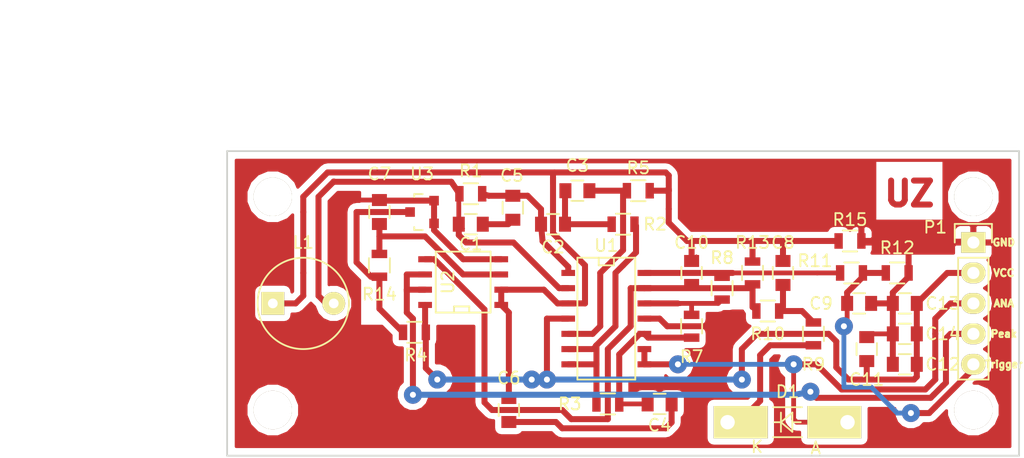
<source format=kicad_pcb>
(kicad_pcb (version 4) (host pcbnew "(2015-09-14 BZR 6197)-product")

  (general
    (links 69)
    (no_connects 0)
    (area 165.024999 53.264999 231.215001 78.815001)
    (thickness 1.6)
    (drawings 27)
    (tracks 336)
    (zones 0)
    (modules 38)
    (nets 22)
  )

  (page A4)
  (layers
    (0 F.Cu signal)
    (31 B.Cu signal)
    (32 B.Adhes user)
    (33 F.Adhes user)
    (34 B.Paste user)
    (35 F.Paste user)
    (36 B.SilkS user)
    (37 F.SilkS user)
    (38 B.Mask user)
    (39 F.Mask user)
    (40 Dwgs.User user)
    (41 Cmts.User user)
    (42 Eco1.User user)
    (43 Eco2.User user)
    (44 Edge.Cuts user)
    (45 Margin user)
    (46 B.CrtYd user)
    (47 F.CrtYd user)
    (48 B.Fab user)
    (49 F.Fab user)
  )

  (setup
    (last_trace_width 0.25)
    (user_trace_width 0.254)
    (user_trace_width 0.4)
    (user_trace_width 0.5)
    (user_trace_width 0.6)
    (user_trace_width 0.7)
    (user_trace_width 0.8)
    (user_trace_width 0.9)
    (trace_clearance 0.2)
    (zone_clearance 0.508)
    (zone_45_only no)
    (trace_min 0.2)
    (segment_width 0.2)
    (edge_width 0.15)
    (via_size 0.6)
    (via_drill 0.4)
    (via_min_size 0.4)
    (via_min_drill 0.3)
    (user_via 1 0.5)
    (user_via 1.2 0.5)
    (user_via 1.5 0.5)
    (user_via 1.8 0.5)
    (user_via 2 0.5)
    (uvia_size 0.3)
    (uvia_drill 0.1)
    (uvias_allowed no)
    (uvia_min_size 0.2)
    (uvia_min_drill 0.1)
    (pcb_text_width 0.3)
    (pcb_text_size 1.5 1.5)
    (mod_edge_width 0.15)
    (mod_text_size 1 1)
    (mod_text_width 0.15)
    (pad_size 1.524 1.524)
    (pad_drill 0.762)
    (pad_to_mask_clearance 0.2)
    (aux_axis_origin 0 0)
    (visible_elements 7FFFFF7F)
    (pcbplotparams
      (layerselection 0x30030_80000001)
      (usegerberextensions false)
      (excludeedgelayer true)
      (linewidth 0.100000)
      (plotframeref false)
      (viasonmask false)
      (mode 1)
      (useauxorigin false)
      (hpglpennumber 1)
      (hpglpenspeed 20)
      (hpglpendiameter 15)
      (hpglpenoverlay 2)
      (psnegative false)
      (psa4output false)
      (plotreference true)
      (plotvalue true)
      (plotinvisibletext false)
      (padsonsilk false)
      (subtractmaskfromsilk false)
      (outputformat 1)
      (mirror false)
      (drillshape 0)
      (scaleselection 1)
      (outputdirectory E:/1/gerberformat/espule/))
  )

  (net 0 "")
  (net 1 "Net-(C1-Pad2)")
  (net 2 "Net-(C1-Pad1)")
  (net 3 "Net-(C2-Pad2)")
  (net 4 "Net-(C3-Pad2)")
  (net 5 GNDA)
  (net 6 "Net-(C4-Pad1)")
  (net 7 GND)
  (net 8 "Net-(C7-Pad1)")
  (net 9 "Net-(C8-Pad1)")
  (net 10 Trigger)
  (net 11 "Net-(C10-Pad1)")
  (net 12 VCC)
  (net 13 ANA)
  (net 14 "Net-(D1-Pad1)")
  (net 15 Peak)
  (net 16 "Net-(R2-Pad2)")
  (net 17 "Net-(R14-Pad1)")
  (net 18 "Net-(R7-Pad2)")
  (net 19 "Net-(R11-Pad1)")
  (net 20 "Net-(C2-Pad1)")
  (net 21 "Net-(C4-Pad2)")

  (net_class Default "Dies ist die voreingestellte Netzklasse."
    (clearance 0.2)
    (trace_width 0.25)
    (via_dia 0.6)
    (via_drill 0.4)
    (uvia_dia 0.3)
    (uvia_drill 0.1)
    (add_net ANA)
    (add_net GND)
    (add_net GNDA)
    (add_net "Net-(C1-Pad1)")
    (add_net "Net-(C1-Pad2)")
    (add_net "Net-(C10-Pad1)")
    (add_net "Net-(C2-Pad1)")
    (add_net "Net-(C2-Pad2)")
    (add_net "Net-(C3-Pad2)")
    (add_net "Net-(C4-Pad1)")
    (add_net "Net-(C4-Pad2)")
    (add_net "Net-(C7-Pad1)")
    (add_net "Net-(C8-Pad1)")
    (add_net "Net-(D1-Pad1)")
    (add_net "Net-(R11-Pad1)")
    (add_net "Net-(R14-Pad1)")
    (add_net "Net-(R2-Pad2)")
    (add_net "Net-(R7-Pad2)")
    (add_net Peak)
    (add_net Trigger)
    (add_net VCC)
  )

  (module Resistors_SMD:R_0805 (layer F.Cu) (tedit 55EFDCBA) (tstamp 55E4DC6F)
    (at 220.98 63.5)
    (descr "Resistor SMD 0805, reflow soldering, Vishay (see dcrcw.pdf)")
    (tags "resistor 0805")
    (path /55E12FCC)
    (attr smd)
    (fp_text reference R12 (at 0 -2.1) (layer F.SilkS)
      (effects (font (size 1 1) (thickness 0.15)))
    )
    (fp_text value 100K (at 0 0) (layer F.Fab)
      (effects (font (size 0.6 0.6) (thickness 0.15)))
    )
    (fp_line (start -1.6 -1) (end 1.6 -1) (layer F.CrtYd) (width 0.05))
    (fp_line (start -1.6 1) (end 1.6 1) (layer F.CrtYd) (width 0.05))
    (fp_line (start -1.6 -1) (end -1.6 1) (layer F.CrtYd) (width 0.05))
    (fp_line (start 1.6 -1) (end 1.6 1) (layer F.CrtYd) (width 0.05))
    (fp_line (start 0.6 0.875) (end -0.6 0.875) (layer F.SilkS) (width 0.15))
    (fp_line (start -0.6 -0.875) (end 0.6 -0.875) (layer F.SilkS) (width 0.15))
    (pad 1 smd rect (at -0.95 0) (size 0.7 1.3) (layers F.Cu F.Paste F.Mask)
      (net 10 Trigger))
    (pad 2 smd rect (at 0.95 0) (size 0.7 1.3) (layers F.Cu F.Paste F.Mask)
      (net 7 GND))
    (model Resistors_SMD.3dshapes/R_0805.wrl
      (at (xyz 0 0 0))
      (scale (xyz 1 1 1))
      (rotate (xyz 0 0 0))
    )
  )

  (module Resistors_SMD:R_0805 (layer F.Cu) (tedit 55EFDB78) (tstamp 55E4DC56)
    (at 203.835 67.945 90)
    (descr "Resistor SMD 0805, reflow soldering, Vishay (see dcrcw.pdf)")
    (tags "resistor 0805")
    (path /55E11737)
    (attr smd)
    (fp_text reference R7 (at -2.54 0 180) (layer F.SilkS)
      (effects (font (size 1 1) (thickness 0.15)))
    )
    (fp_text value 100K (at 0.127 0.127 90) (layer F.Fab)
      (effects (font (size 0.6 0.6) (thickness 0.15)))
    )
    (fp_line (start -1.6 -1) (end 1.6 -1) (layer F.CrtYd) (width 0.05))
    (fp_line (start -1.6 1) (end 1.6 1) (layer F.CrtYd) (width 0.05))
    (fp_line (start -1.6 -1) (end -1.6 1) (layer F.CrtYd) (width 0.05))
    (fp_line (start 1.6 -1) (end 1.6 1) (layer F.CrtYd) (width 0.05))
    (fp_line (start 0.6 0.875) (end -0.6 0.875) (layer F.SilkS) (width 0.15))
    (fp_line (start -0.6 -0.875) (end 0.6 -0.875) (layer F.SilkS) (width 0.15))
    (pad 1 smd rect (at -0.95 0 90) (size 0.7 1.3) (layers F.Cu F.Paste F.Mask)
      (net 6 "Net-(C4-Pad1)"))
    (pad 2 smd rect (at 0.95 0 90) (size 0.7 1.3) (layers F.Cu F.Paste F.Mask)
      (net 18 "Net-(R7-Pad2)"))
    (model Resistors_SMD.3dshapes/R_0805.wrl
      (at (xyz 0 0 0))
      (scale (xyz 1 1 1))
      (rotate (xyz 0 0 0))
    )
  )

  (module Capacitors_SMD:C_0805 (layer F.Cu) (tedit 55EFDAC9) (tstamp 55E76608)
    (at 194.31 56.642)
    (descr "Capacitor SMD 0805, reflow soldering, AVX (see smccp.pdf)")
    (tags "capacitor 0805")
    (path /55E0DA0D)
    (attr smd)
    (fp_text reference C3 (at 0 -2.1) (layer F.SilkS)
      (effects (font (size 1 1) (thickness 0.15)))
    )
    (fp_text value 10nF (at 0.127 0.127) (layer F.Fab)
      (effects (font (size 0.6 0.6) (thickness 0.15)))
    )
    (fp_line (start -1.8 -1) (end 1.8 -1) (layer F.CrtYd) (width 0.05))
    (fp_line (start -1.8 1) (end 1.8 1) (layer F.CrtYd) (width 0.05))
    (fp_line (start -1.8 -1) (end -1.8 1) (layer F.CrtYd) (width 0.05))
    (fp_line (start 1.8 -1) (end 1.8 1) (layer F.CrtYd) (width 0.05))
    (fp_line (start 0.5 -0.85) (end -0.5 -0.85) (layer F.SilkS) (width 0.15))
    (fp_line (start -0.5 0.85) (end 0.5 0.85) (layer F.SilkS) (width 0.15))
    (pad 1 smd rect (at -1 0) (size 1 1.25) (layers F.Cu F.Paste F.Mask)
      (net 3 "Net-(C2-Pad2)"))
    (pad 2 smd rect (at 1 0) (size 1 1.25) (layers F.Cu F.Paste F.Mask)
      (net 4 "Net-(C3-Pad2)"))
    (model Capacitors_SMD.3dshapes/C_0805.wrl
      (at (xyz 0 0 0))
      (scale (xyz 1 1 1))
      (rotate (xyz 0 0 0))
    )
  )

  (module Pin_Headers:Pin_Header_Straight_1x05 (layer F.Cu) (tedit 55E4ED6A) (tstamp 55E0E8D0)
    (at 227.33 60.96)
    (descr "Through hole pin header")
    (tags "pin header")
    (path /55E14B98)
    (fp_text reference P1 (at -3.175 -1.27) (layer F.SilkS)
      (effects (font (size 1 1) (thickness 0.15)))
    )
    (fp_text value CONN_01X05 (at 0 -3.1) (layer F.Fab) hide
      (effects (font (size 1 1) (thickness 0.15)))
    )
    (fp_line (start -1.55 0) (end -1.55 -1.55) (layer F.SilkS) (width 0.15))
    (fp_line (start -1.55 -1.55) (end 1.55 -1.55) (layer F.SilkS) (width 0.15))
    (fp_line (start 1.55 -1.55) (end 1.55 0) (layer F.SilkS) (width 0.15))
    (fp_line (start -1.75 -1.75) (end -1.75 11.95) (layer F.CrtYd) (width 0.05))
    (fp_line (start 1.75 -1.75) (end 1.75 11.95) (layer F.CrtYd) (width 0.05))
    (fp_line (start -1.75 -1.75) (end 1.75 -1.75) (layer F.CrtYd) (width 0.05))
    (fp_line (start -1.75 11.95) (end 1.75 11.95) (layer F.CrtYd) (width 0.05))
    (fp_line (start 1.27 1.27) (end 1.27 11.43) (layer F.SilkS) (width 0.15))
    (fp_line (start 1.27 11.43) (end -1.27 11.43) (layer F.SilkS) (width 0.15))
    (fp_line (start -1.27 11.43) (end -1.27 1.27) (layer F.SilkS) (width 0.15))
    (fp_line (start 1.27 1.27) (end -1.27 1.27) (layer F.SilkS) (width 0.15))
    (pad 1 thru_hole rect (at 0 0) (size 2.032 1.7272) (drill 1.016) (layers *.Cu *.Mask F.SilkS)
      (net 7 GND))
    (pad 2 thru_hole oval (at 0 2.54) (size 2.032 1.7272) (drill 1.016) (layers *.Cu *.Mask F.SilkS)
      (net 12 VCC))
    (pad 3 thru_hole oval (at 0 5.08) (size 2.032 1.7272) (drill 1.016) (layers *.Cu *.Mask F.SilkS)
      (net 13 ANA))
    (pad 4 thru_hole oval (at 0 7.62) (size 2.032 1.7272) (drill 1.016) (layers *.Cu *.Mask F.SilkS)
      (net 15 Peak))
    (pad 5 thru_hole oval (at 0 10.16) (size 2.032 1.7272) (drill 1.016) (layers *.Cu *.Mask F.SilkS)
      (net 10 Trigger))
    (model Pin_Headers.3dshapes/Pin_Header_Straight_1x05.wrl
      (at (xyz 0 -0.2 0))
      (scale (xyz 1 1 1))
      (rotate (xyz 0 0 90))
    )
  )

  (module Capacitors_SMD:C_0805 (layer F.Cu) (tedit 55F0DB6E) (tstamp 55E498A5)
    (at 185.42 59.436)
    (descr "Capacitor SMD 0805, reflow soldering, AVX (see smccp.pdf)")
    (tags "capacitor 0805")
    (path /55E0CEE6)
    (attr smd)
    (fp_text reference C1 (at 0 1.651) (layer F.SilkS)
      (effects (font (size 1 1) (thickness 0.15)))
    )
    (fp_text value 54pF (at 0 0.127) (layer F.Fab)
      (effects (font (size 0.6 0.6) (thickness 0.15)))
    )
    (fp_line (start -1.8 -1) (end 1.8 -1) (layer F.CrtYd) (width 0.05))
    (fp_line (start -1.8 1) (end 1.8 1) (layer F.CrtYd) (width 0.05))
    (fp_line (start -1.8 -1) (end -1.8 1) (layer F.CrtYd) (width 0.05))
    (fp_line (start 1.8 -1) (end 1.8 1) (layer F.CrtYd) (width 0.05))
    (fp_line (start 0.5 -0.85) (end -0.5 -0.85) (layer F.SilkS) (width 0.15))
    (fp_line (start -0.5 0.85) (end 0.5 0.85) (layer F.SilkS) (width 0.15))
    (pad 1 smd rect (at -1 0) (size 1 1.25) (layers F.Cu F.Paste F.Mask)
      (net 2 "Net-(C1-Pad1)"))
    (pad 2 smd rect (at 1 0) (size 1 1.25) (layers F.Cu F.Paste F.Mask)
      (net 1 "Net-(C1-Pad2)"))
    (model Capacitors_SMD.3dshapes/C_0805.wrl
      (at (xyz 0 0 0))
      (scale (xyz 1 1 1))
      (rotate (xyz 0 0 0))
    )
  )

  (module Capacitors_SMD:C_0805 (layer F.Cu) (tedit 55EFDAB3) (tstamp 55E498AA)
    (at 192.278 59.436)
    (descr "Capacitor SMD 0805, reflow soldering, AVX (see smccp.pdf)")
    (tags "capacitor 0805")
    (path /55E0D917)
    (attr smd)
    (fp_text reference C2 (at 0 1.905) (layer F.SilkS)
      (effects (font (size 1 1) (thickness 0.15)))
    )
    (fp_text value 10nF (at 0.127 0.127) (layer F.Fab)
      (effects (font (size 0.6 0.6) (thickness 0.15)))
    )
    (fp_line (start -1.8 -1) (end 1.8 -1) (layer F.CrtYd) (width 0.05))
    (fp_line (start -1.8 1) (end 1.8 1) (layer F.CrtYd) (width 0.05))
    (fp_line (start -1.8 -1) (end -1.8 1) (layer F.CrtYd) (width 0.05))
    (fp_line (start 1.8 -1) (end 1.8 1) (layer F.CrtYd) (width 0.05))
    (fp_line (start 0.5 -0.85) (end -0.5 -0.85) (layer F.SilkS) (width 0.15))
    (fp_line (start -0.5 0.85) (end 0.5 0.85) (layer F.SilkS) (width 0.15))
    (pad 1 smd rect (at -1 0) (size 1 1.25) (layers F.Cu F.Paste F.Mask)
      (net 20 "Net-(C2-Pad1)"))
    (pad 2 smd rect (at 1 0) (size 1 1.25) (layers F.Cu F.Paste F.Mask)
      (net 3 "Net-(C2-Pad2)"))
    (model Capacitors_SMD.3dshapes/C_0805.wrl
      (at (xyz 0 0 0))
      (scale (xyz 1 1 1))
      (rotate (xyz 0 0 0))
    )
  )

  (module Capacitors_SMD:C_0805 (layer F.Cu) (tedit 55EFDB09) (tstamp 55E498B4)
    (at 201.168 74.422)
    (descr "Capacitor SMD 0805, reflow soldering, AVX (see smccp.pdf)")
    (tags "capacitor 0805")
    (path /55E0F7AF)
    (attr smd)
    (fp_text reference C4 (at 0 1.778 180) (layer F.SilkS)
      (effects (font (size 1 1) (thickness 0.15)))
    )
    (fp_text value 54pF (at 0 0) (layer F.Fab)
      (effects (font (size 0.6 0.6) (thickness 0.15)))
    )
    (fp_line (start -1.8 -1) (end 1.8 -1) (layer F.CrtYd) (width 0.05))
    (fp_line (start -1.8 1) (end 1.8 1) (layer F.CrtYd) (width 0.05))
    (fp_line (start -1.8 -1) (end -1.8 1) (layer F.CrtYd) (width 0.05))
    (fp_line (start 1.8 -1) (end 1.8 1) (layer F.CrtYd) (width 0.05))
    (fp_line (start 0.5 -0.85) (end -0.5 -0.85) (layer F.SilkS) (width 0.15))
    (fp_line (start -0.5 0.85) (end 0.5 0.85) (layer F.SilkS) (width 0.15))
    (pad 1 smd rect (at -1 0) (size 1 1.25) (layers F.Cu F.Paste F.Mask)
      (net 6 "Net-(C4-Pad1)"))
    (pad 2 smd rect (at 1 0) (size 1 1.25) (layers F.Cu F.Paste F.Mask)
      (net 21 "Net-(C4-Pad2)"))
    (model Capacitors_SMD.3dshapes/C_0805.wrl
      (at (xyz 0 0 0))
      (scale (xyz 1 1 1))
      (rotate (xyz 0 0 0))
    )
  )

  (module Capacitors_SMD:C_0805 (layer F.Cu) (tedit 55EFDAE5) (tstamp 55E498B9)
    (at 177.8 58.42 90)
    (descr "Capacitor SMD 0805, reflow soldering, AVX (see smccp.pdf)")
    (tags "capacitor 0805")
    (path /5602A992)
    (attr smd)
    (fp_text reference C7 (at 3.175 0 180) (layer F.SilkS)
      (effects (font (size 1 1) (thickness 0.15)))
    )
    (fp_text value 2,2uF (at 0.127 0 90) (layer F.Fab)
      (effects (font (size 0.6 0.6) (thickness 0.15)))
    )
    (fp_line (start -1.8 -1) (end 1.8 -1) (layer F.CrtYd) (width 0.05))
    (fp_line (start -1.8 1) (end 1.8 1) (layer F.CrtYd) (width 0.05))
    (fp_line (start -1.8 -1) (end -1.8 1) (layer F.CrtYd) (width 0.05))
    (fp_line (start 1.8 -1) (end 1.8 1) (layer F.CrtYd) (width 0.05))
    (fp_line (start 0.5 -0.85) (end -0.5 -0.85) (layer F.SilkS) (width 0.15))
    (fp_line (start -0.5 0.85) (end 0.5 0.85) (layer F.SilkS) (width 0.15))
    (pad 1 smd rect (at -1 0 90) (size 1 1.25) (layers F.Cu F.Paste F.Mask)
      (net 8 "Net-(C7-Pad1)"))
    (pad 2 smd rect (at 1 0 90) (size 1 1.25) (layers F.Cu F.Paste F.Mask)
      (net 7 GND))
    (model Capacitors_SMD.3dshapes/C_0805.wrl
      (at (xyz 0 0 0))
      (scale (xyz 1 1 1))
      (rotate (xyz 0 0 0))
    )
  )

  (module Capacitors_SMD:C_0805 (layer F.Cu) (tedit 55EFDC21) (tstamp 55E498BE)
    (at 211.455 63.5 90)
    (descr "Capacitor SMD 0805, reflow soldering, AVX (see smccp.pdf)")
    (tags "capacitor 0805")
    (path /55E10468)
    (attr smd)
    (fp_text reference C8 (at 2.54 0 180) (layer F.SilkS)
      (effects (font (size 1 1) (thickness 0.15)))
    )
    (fp_text value 10nF (at 0 -0.127 90) (layer F.Fab)
      (effects (font (size 0.6 0.6) (thickness 0.15)))
    )
    (fp_line (start -1.8 -1) (end 1.8 -1) (layer F.CrtYd) (width 0.05))
    (fp_line (start -1.8 1) (end 1.8 1) (layer F.CrtYd) (width 0.05))
    (fp_line (start -1.8 -1) (end -1.8 1) (layer F.CrtYd) (width 0.05))
    (fp_line (start 1.8 -1) (end 1.8 1) (layer F.CrtYd) (width 0.05))
    (fp_line (start 0.5 -0.85) (end -0.5 -0.85) (layer F.SilkS) (width 0.15))
    (fp_line (start -0.5 0.85) (end 0.5 0.85) (layer F.SilkS) (width 0.15))
    (pad 1 smd rect (at -1 0 90) (size 1 1.25) (layers F.Cu F.Paste F.Mask)
      (net 9 "Net-(C8-Pad1)"))
    (pad 2 smd rect (at 1 0 90) (size 1 1.25) (layers F.Cu F.Paste F.Mask)
      (net 5 GNDA))
    (model Capacitors_SMD.3dshapes/C_0805.wrl
      (at (xyz 0 0 0))
      (scale (xyz 1 1 1))
      (rotate (xyz 0 0 0))
    )
  )

  (module Capacitors_SMD:C_0805 (layer F.Cu) (tedit 55EFDCEF) (tstamp 55E498C3)
    (at 217.805 66.04)
    (descr "Capacitor SMD 0805, reflow soldering, AVX (see smccp.pdf)")
    (tags "capacitor 0805")
    (path /55E12D3D)
    (attr smd)
    (fp_text reference C9 (at -3.175 0) (layer F.SilkS)
      (effects (font (size 1 1) (thickness 0.15)))
    )
    (fp_text value 10nF (at 0.127 0) (layer F.Fab)
      (effects (font (size 0.6 0.6) (thickness 0.15)))
    )
    (fp_line (start -1.8 -1) (end 1.8 -1) (layer F.CrtYd) (width 0.05))
    (fp_line (start -1.8 1) (end 1.8 1) (layer F.CrtYd) (width 0.05))
    (fp_line (start -1.8 -1) (end -1.8 1) (layer F.CrtYd) (width 0.05))
    (fp_line (start 1.8 -1) (end 1.8 1) (layer F.CrtYd) (width 0.05))
    (fp_line (start 0.5 -0.85) (end -0.5 -0.85) (layer F.SilkS) (width 0.15))
    (fp_line (start -0.5 0.85) (end 0.5 0.85) (layer F.SilkS) (width 0.15))
    (pad 1 smd rect (at -1 0) (size 1 1.25) (layers F.Cu F.Paste F.Mask)
      (net 10 Trigger))
    (pad 2 smd rect (at 1 0) (size 1 1.25) (layers F.Cu F.Paste F.Mask)
      (net 7 GND))
    (model Capacitors_SMD.3dshapes/C_0805.wrl
      (at (xyz 0 0 0))
      (scale (xyz 1 1 1))
      (rotate (xyz 0 0 0))
    )
  )

  (module Capacitors_SMD:C_0805 (layer F.Cu) (tedit 55EFDB97) (tstamp 55E498C8)
    (at 203.835 63.5 90)
    (descr "Capacitor SMD 0805, reflow soldering, AVX (see smccp.pdf)")
    (tags "capacitor 0805")
    (path /55E10EBB)
    (attr smd)
    (fp_text reference C10 (at 2.54 0 180) (layer F.SilkS)
      (effects (font (size 1 1) (thickness 0.15)))
    )
    (fp_text value 10nF (at 0 0.127 90) (layer F.Fab)
      (effects (font (size 0.6 0.6) (thickness 0.15)))
    )
    (fp_line (start -1.8 -1) (end 1.8 -1) (layer F.CrtYd) (width 0.05))
    (fp_line (start -1.8 1) (end 1.8 1) (layer F.CrtYd) (width 0.05))
    (fp_line (start -1.8 -1) (end -1.8 1) (layer F.CrtYd) (width 0.05))
    (fp_line (start 1.8 -1) (end 1.8 1) (layer F.CrtYd) (width 0.05))
    (fp_line (start 0.5 -0.85) (end -0.5 -0.85) (layer F.SilkS) (width 0.15))
    (fp_line (start -0.5 0.85) (end 0.5 0.85) (layer F.SilkS) (width 0.15))
    (pad 1 smd rect (at -1 0 90) (size 1 1.25) (layers F.Cu F.Paste F.Mask)
      (net 11 "Net-(C10-Pad1)"))
    (pad 2 smd rect (at 1 0 90) (size 1 1.25) (layers F.Cu F.Paste F.Mask)
      (net 5 GNDA))
    (model Capacitors_SMD.3dshapes/C_0805.wrl
      (at (xyz 0 0 0))
      (scale (xyz 1 1 1))
      (rotate (xyz 0 0 0))
    )
  )

  (module Capacitors_SMD:C_0805 (layer F.Cu) (tedit 55EFDD27) (tstamp 55E498CD)
    (at 218.44 69.85 90)
    (descr "Capacitor SMD 0805, reflow soldering, AVX (see smccp.pdf)")
    (tags "capacitor 0805")
    (path /5602B927)
    (attr smd)
    (fp_text reference C11 (at -2.54 0 180) (layer F.SilkS)
      (effects (font (size 1 1) (thickness 0.15)))
    )
    (fp_text value 1uF (at 0 0 90) (layer F.Fab)
      (effects (font (size 0.6 0.6) (thickness 0.15)))
    )
    (fp_line (start -1.8 -1) (end 1.8 -1) (layer F.CrtYd) (width 0.05))
    (fp_line (start -1.8 1) (end 1.8 1) (layer F.CrtYd) (width 0.05))
    (fp_line (start -1.8 -1) (end -1.8 1) (layer F.CrtYd) (width 0.05))
    (fp_line (start 1.8 -1) (end 1.8 1) (layer F.CrtYd) (width 0.05))
    (fp_line (start 0.5 -0.85) (end -0.5 -0.85) (layer F.SilkS) (width 0.15))
    (fp_line (start -0.5 0.85) (end 0.5 0.85) (layer F.SilkS) (width 0.15))
    (pad 1 smd rect (at -1 0 90) (size 1 1.25) (layers F.Cu F.Paste F.Mask)
      (net 12 VCC))
    (pad 2 smd rect (at 1 0 90) (size 1 1.25) (layers F.Cu F.Paste F.Mask)
      (net 7 GND))
    (model Capacitors_SMD.3dshapes/C_0805.wrl
      (at (xyz 0 0 0))
      (scale (xyz 1 1 1))
      (rotate (xyz 0 0 0))
    )
  )

  (module Capacitors_SMD:C_0805 (layer F.Cu) (tedit 55EFDD3E) (tstamp 55E498D2)
    (at 221.615 71.12 180)
    (descr "Capacitor SMD 0805, reflow soldering, AVX (see smccp.pdf)")
    (tags "capacitor 0805")
    (path /55E0A394)
    (attr smd)
    (fp_text reference C12 (at -3.175 0 180) (layer F.SilkS)
      (effects (font (size 1 1) (thickness 0.15)))
    )
    (fp_text value 100nF (at -0.127 0 180) (layer F.Fab)
      (effects (font (size 0.6 0.6) (thickness 0.15)))
    )
    (fp_line (start -1.8 -1) (end 1.8 -1) (layer F.CrtYd) (width 0.05))
    (fp_line (start -1.8 1) (end 1.8 1) (layer F.CrtYd) (width 0.05))
    (fp_line (start -1.8 -1) (end -1.8 1) (layer F.CrtYd) (width 0.05))
    (fp_line (start 1.8 -1) (end 1.8 1) (layer F.CrtYd) (width 0.05))
    (fp_line (start 0.5 -0.85) (end -0.5 -0.85) (layer F.SilkS) (width 0.15))
    (fp_line (start -0.5 0.85) (end 0.5 0.85) (layer F.SilkS) (width 0.15))
    (pad 1 smd rect (at -1 0 180) (size 1 1.25) (layers F.Cu F.Paste F.Mask)
      (net 12 VCC))
    (pad 2 smd rect (at 1 0 180) (size 1 1.25) (layers F.Cu F.Paste F.Mask)
      (net 7 GND))
    (model Capacitors_SMD.3dshapes/C_0805.wrl
      (at (xyz 0 0 0))
      (scale (xyz 1 1 1))
      (rotate (xyz 0 0 0))
    )
  )

  (module Capacitors_SMD:C_0805 (layer F.Cu) (tedit 55EFDCB5) (tstamp 55E498D7)
    (at 221.615 66.04 180)
    (descr "Capacitor SMD 0805, reflow soldering, AVX (see smccp.pdf)")
    (tags "capacitor 0805")
    (path /5602C370)
    (attr smd)
    (fp_text reference C13 (at -3.175 0 180) (layer F.SilkS)
      (effects (font (size 1 1) (thickness 0.15)))
    )
    (fp_text value 1uF (at -0.127 0 180) (layer F.Fab)
      (effects (font (size 0.6 0.6) (thickness 0.15)))
    )
    (fp_line (start -1.8 -1) (end 1.8 -1) (layer F.CrtYd) (width 0.05))
    (fp_line (start -1.8 1) (end 1.8 1) (layer F.CrtYd) (width 0.05))
    (fp_line (start -1.8 -1) (end -1.8 1) (layer F.CrtYd) (width 0.05))
    (fp_line (start 1.8 -1) (end 1.8 1) (layer F.CrtYd) (width 0.05))
    (fp_line (start 0.5 -0.85) (end -0.5 -0.85) (layer F.SilkS) (width 0.15))
    (fp_line (start -0.5 0.85) (end 0.5 0.85) (layer F.SilkS) (width 0.15))
    (pad 1 smd rect (at -1 0 180) (size 1 1.25) (layers F.Cu F.Paste F.Mask)
      (net 12 VCC))
    (pad 2 smd rect (at 1 0 180) (size 1 1.25) (layers F.Cu F.Paste F.Mask)
      (net 7 GND))
    (model Capacitors_SMD.3dshapes/C_0805.wrl
      (at (xyz 0 0 0))
      (scale (xyz 1 1 1))
      (rotate (xyz 0 0 0))
    )
  )

  (module Capacitors_SMD:C_0805 (layer F.Cu) (tedit 55EFDD45) (tstamp 55E498DC)
    (at 221.615 68.58 180)
    (descr "Capacitor SMD 0805, reflow soldering, AVX (see smccp.pdf)")
    (tags "capacitor 0805")
    (path /55E0B9D6)
    (attr smd)
    (fp_text reference C14 (at -3.175 0 180) (layer F.SilkS)
      (effects (font (size 1 1) (thickness 0.15)))
    )
    (fp_text value 100nF (at -0.127 0 180) (layer F.Fab)
      (effects (font (size 0.6 0.6) (thickness 0.15)))
    )
    (fp_line (start -1.8 -1) (end 1.8 -1) (layer F.CrtYd) (width 0.05))
    (fp_line (start -1.8 1) (end 1.8 1) (layer F.CrtYd) (width 0.05))
    (fp_line (start -1.8 -1) (end -1.8 1) (layer F.CrtYd) (width 0.05))
    (fp_line (start 1.8 -1) (end 1.8 1) (layer F.CrtYd) (width 0.05))
    (fp_line (start 0.5 -0.85) (end -0.5 -0.85) (layer F.SilkS) (width 0.15))
    (fp_line (start -0.5 0.85) (end 0.5 0.85) (layer F.SilkS) (width 0.15))
    (pad 1 smd rect (at -1 0 180) (size 1 1.25) (layers F.Cu F.Paste F.Mask)
      (net 12 VCC))
    (pad 2 smd rect (at 1 0 180) (size 1 1.25) (layers F.Cu F.Paste F.Mask)
      (net 7 GND))
    (model Capacitors_SMD.3dshapes/C_0805.wrl
      (at (xyz 0 0 0))
      (scale (xyz 1 1 1))
      (rotate (xyz 0 0 0))
    )
  )

  (module SMD_Packages:SOIC-14_N (layer F.Cu) (tedit 55EFDD78) (tstamp 55E498E1)
    (at 196.85 67.31 270)
    (descr "Module CMS SOJ 14 pins Large")
    (tags "CMS SOJ")
    (path /55E0AD81)
    (attr smd)
    (fp_text reference U1 (at -6.096 0.127 360) (layer F.SilkS)
      (effects (font (size 1 1) (thickness 0.15)))
    )
    (fp_text value TLC274 (at -0.254 0 270) (layer F.Fab)
      (effects (font (size 1 1) (thickness 0.15)))
    )
    (fp_line (start 5.08 -2.286) (end 5.08 2.54) (layer F.SilkS) (width 0.15))
    (fp_line (start 5.08 2.54) (end -5.08 2.54) (layer F.SilkS) (width 0.15))
    (fp_line (start -5.08 2.54) (end -5.08 -2.286) (layer F.SilkS) (width 0.15))
    (fp_line (start -5.08 -2.286) (end 5.08 -2.286) (layer F.SilkS) (width 0.15))
    (fp_line (start -5.08 -0.508) (end -4.445 -0.508) (layer F.SilkS) (width 0.15))
    (fp_line (start -4.445 -0.508) (end -4.445 0.762) (layer F.SilkS) (width 0.15))
    (fp_line (start -4.445 0.762) (end -5.08 0.762) (layer F.SilkS) (width 0.15))
    (pad 1 smd rect (at -3.81 3.302 270) (size 0.508 1.143) (layers F.Cu F.Paste F.Mask)
      (net 20 "Net-(C2-Pad1)"))
    (pad 2 smd rect (at -2.54 3.302 270) (size 0.508 1.143) (layers F.Cu F.Paste F.Mask)
      (net 2 "Net-(C1-Pad1)"))
    (pad 3 smd rect (at -1.27 3.302 270) (size 0.508 1.143) (layers F.Cu F.Paste F.Mask)
      (net 5 GNDA))
    (pad 4 smd rect (at 0 3.302 270) (size 0.508 1.143) (layers F.Cu F.Paste F.Mask)
      (net 12 VCC))
    (pad 5 smd rect (at 1.27 3.302 270) (size 0.508 1.143) (layers F.Cu F.Paste F.Mask)
      (net 4 "Net-(C3-Pad2)"))
    (pad 6 smd rect (at 2.54 3.302 270) (size 0.508 1.143) (layers F.Cu F.Paste F.Mask)
      (net 16 "Net-(R2-Pad2)"))
    (pad 7 smd rect (at 3.81 3.302 270) (size 0.508 1.143) (layers F.Cu F.Paste F.Mask)
      (net 16 "Net-(R2-Pad2)"))
    (pad 8 smd rect (at 3.81 -3.048 270) (size 0.508 1.143) (layers F.Cu F.Paste F.Mask)
      (net 13 ANA))
    (pad 9 smd rect (at 2.54 -3.048 270) (size 0.508 1.143) (layers F.Cu F.Paste F.Mask)
      (net 13 ANA))
    (pad 11 smd rect (at 0 -3.048 270) (size 0.508 1.143) (layers F.Cu F.Paste F.Mask)
      (net 7 GND))
    (pad 12 smd rect (at -1.27 -3.048 270) (size 0.508 1.143) (layers F.Cu F.Paste F.Mask)
      (net 18 "Net-(R7-Pad2)"))
    (pad 13 smd rect (at -2.54 -3.048 270) (size 0.508 1.143) (layers F.Cu F.Paste F.Mask)
      (net 11 "Net-(C10-Pad1)"))
    (pad 14 smd rect (at -3.81 -3.048 270) (size 0.508 1.143) (layers F.Cu F.Paste F.Mask)
      (net 19 "Net-(R11-Pad1)"))
    (pad 10 smd rect (at 1.27 -3.048 270) (size 0.508 1.143) (layers F.Cu F.Paste F.Mask)
      (net 6 "Net-(C4-Pad1)"))
    (model SMD_Packages.3dshapes/SOIC-14_N.wrl
      (at (xyz 0 0 0))
      (scale (xyz 0.5 0.4 0.5))
      (rotate (xyz 0 0 0))
    )
  )

  (module Housings_SOT-23_SOT-143_TSOT-6:SOT-23 (layer F.Cu) (tedit 55F0DB78) (tstamp 55E498FD)
    (at 181.356 58.42 90)
    (descr "SOT-23, Standard")
    (tags SOT-23)
    (path /55E16457)
    (attr smd)
    (fp_text reference U3 (at 3.175 0 180) (layer F.SilkS)
      (effects (font (size 1 1) (thickness 0.15)))
    )
    (fp_text value "LM 4040 AIM3-2,5" (at 0 -0.127 180) (layer F.Fab)
      (effects (font (size 0.3 0.3) (thickness 0.075)))
    )
    (fp_line (start -1.65 -1.6) (end 1.65 -1.6) (layer F.CrtYd) (width 0.05))
    (fp_line (start 1.65 -1.6) (end 1.65 1.6) (layer F.CrtYd) (width 0.05))
    (fp_line (start 1.65 1.6) (end -1.65 1.6) (layer F.CrtYd) (width 0.05))
    (fp_line (start -1.65 1.6) (end -1.65 -1.6) (layer F.CrtYd) (width 0.05))
    (fp_line (start 1.29916 -0.65024) (end 1.2509 -0.65024) (layer F.SilkS) (width 0.15))
    (fp_line (start -1.49982 0.0508) (end -1.49982 -0.65024) (layer F.SilkS) (width 0.15))
    (fp_line (start -1.49982 -0.65024) (end -1.2509 -0.65024) (layer F.SilkS) (width 0.15))
    (fp_line (start 1.29916 -0.65024) (end 1.49982 -0.65024) (layer F.SilkS) (width 0.15))
    (fp_line (start 1.49982 -0.65024) (end 1.49982 0.0508) (layer F.SilkS) (width 0.15))
    (pad 1 smd rect (at -0.95 1.00076 90) (size 0.8001 0.8001) (layers F.Cu F.Paste F.Mask)
      (net 7 GND))
    (pad 2 smd rect (at 0.95 1.00076 90) (size 0.8001 0.8001) (layers F.Cu F.Paste F.Mask)
      (net 7 GND))
    (pad 3 smd rect (at 0 -0.99822 90) (size 0.8001 0.8001) (layers F.Cu F.Paste F.Mask)
      (net 17 "Net-(R14-Pad1)"))
    (model Housings_SOT-23_SOT-143_TSOT-6.3dshapes/SOT-23.wrl
      (at (xyz 0 0 0))
      (scale (xyz 1 1 1))
      (rotate (xyz 0 0 0))
    )
  )

  (module Diodes_SMD:MELF-RM10_Universal_Handsoldering (layer F.Cu) (tedit 55EFDD64) (tstamp 55E4DC33)
    (at 211.836 75.946)
    (descr "Diode, Universal, MELF, RM10, Handsoldering, SMD, Thruhole,")
    (tags "Diode Universal MELF RM10 Handsoldering SMD Thruhole ")
    (path /55E0F2F9)
    (fp_text reference D1 (at 0 -2.54) (layer F.SilkS)
      (effects (font (size 1 1) (thickness 0.15)))
    )
    (fp_text value ZENER (at 0 2.032) (layer F.Fab)
      (effects (font (size 0.6 0.6) (thickness 0.15)))
    )
    (fp_line (start 0.39878 0) (end 1.09982 0) (layer F.SilkS) (width 0.15))
    (fp_line (start -0.55118 0) (end -1.09982 0) (layer F.SilkS) (width 0.15))
    (fp_line (start -0.55118 0) (end -0.55118 0.8001) (layer F.SilkS) (width 0.15))
    (fp_line (start -0.55118 0) (end -0.55118 -0.8001) (layer F.SilkS) (width 0.15))
    (fp_line (start -0.55118 0) (end 0.39878 -0.8001) (layer F.SilkS) (width 0.15))
    (fp_line (start 0.39878 -0.8001) (end 0.39878 0.8001) (layer F.SilkS) (width 0.15))
    (fp_line (start 0.39878 0.8001) (end -0.55118 0) (layer F.SilkS) (width 0.15))
    (fp_text user K (at -2.55016 2.04978) (layer F.SilkS)
      (effects (font (size 1 1) (thickness 0.15)))
    )
    (fp_text user A (at 2.3495 2.14884) (layer F.SilkS)
      (effects (font (size 1 1) (thickness 0.15)))
    )
    (fp_line (start -1.09982 -1.24968) (end -1.19888 -1.24968) (layer F.SilkS) (width 0.15))
    (fp_line (start -1.09982 1.24968) (end -1.19888 1.24968) (layer F.SilkS) (width 0.15))
    (fp_line (start 1.19888 -1.24968) (end -1.15062 -1.24968) (layer F.SilkS) (width 0.15))
    (fp_line (start 1.19888 1.24968) (end -1.04902 1.24968) (layer F.SilkS) (width 0.15))
    (pad 1 thru_hole rect (at -5.00126 0) (size 4.49834 2.70002) (drill 1.19888 (offset 1.09982 0)) (layers *.Cu *.Mask F.SilkS)
      (net 14 "Net-(D1-Pad1)"))
    (pad 2 thru_hole rect (at 5.00126 0 180) (size 4.49834 2.70002) (drill 1.19888 (offset 1.09982 0)) (layers *.Cu *.Mask F.SilkS)
      (net 13 ANA))
    (model Diodes_SMD.3dshapes/MELF-RM10_Universal_Handsoldering.wrl
      (at (xyz 0 0 0))
      (scale (xyz 0.3937 0.3937 0.3937))
      (rotate (xyz 0 0 180))
    )
  )

  (module Inductors:INDUCTOR_V (layer F.Cu) (tedit 55EFDB1B) (tstamp 55E4DC38)
    (at 171.45 66.04)
    (descr "Inductor (vertical)")
    (tags INDUCTOR)
    (path /55E0D4C2)
    (fp_text reference L1 (at 0 -5.08) (layer F.SilkS)
      (effects (font (size 1 1) (thickness 0.15)))
    )
    (fp_text value 11P-154K-50 (at 0.09906 -1.99898) (layer F.Fab)
      (effects (font (size 0.6 0.6) (thickness 0.15)))
    )
    (fp_circle (center 0 0) (end 3.81 0) (layer F.SilkS) (width 0.15))
    (pad 1 thru_hole rect (at -2.54 0) (size 1.905 1.905) (drill 0.8128) (layers *.Cu *.Mask F.SilkS)
      (net 5 GNDA))
    (pad 2 thru_hole circle (at 2.54 0) (size 1.905 1.905) (drill 0.8128) (layers *.Cu *.Mask F.SilkS)
      (net 2 "Net-(C1-Pad1)"))
    (model Inductors.3dshapes/INDUCTOR_V.wrl
      (at (xyz 0 0 0))
      (scale (xyz 2 2 2))
      (rotate (xyz 0 0 0))
    )
  )

  (module Resistors_SMD:R_0805 (layer F.Cu) (tedit 55EFDA88) (tstamp 55E4DC3D)
    (at 185.42 56.896)
    (descr "Resistor SMD 0805, reflow soldering, Vishay (see dcrcw.pdf)")
    (tags "resistor 0805")
    (path /55E0D24B)
    (attr smd)
    (fp_text reference R1 (at 0 -1.905) (layer F.SilkS)
      (effects (font (size 1 1) (thickness 0.15)))
    )
    (fp_text value 100K (at 0.254 0.127) (layer F.Fab)
      (effects (font (size 0.6 0.6) (thickness 0.15)))
    )
    (fp_line (start -1.6 -1) (end 1.6 -1) (layer F.CrtYd) (width 0.05))
    (fp_line (start -1.6 1) (end 1.6 1) (layer F.CrtYd) (width 0.05))
    (fp_line (start -1.6 -1) (end -1.6 1) (layer F.CrtYd) (width 0.05))
    (fp_line (start 1.6 -1) (end 1.6 1) (layer F.CrtYd) (width 0.05))
    (fp_line (start 0.6 0.875) (end -0.6 0.875) (layer F.SilkS) (width 0.15))
    (fp_line (start -0.6 -0.875) (end 0.6 -0.875) (layer F.SilkS) (width 0.15))
    (pad 1 smd rect (at -0.95 0) (size 0.7 1.3) (layers F.Cu F.Paste F.Mask)
      (net 2 "Net-(C1-Pad1)"))
    (pad 2 smd rect (at 0.95 0) (size 0.7 1.3) (layers F.Cu F.Paste F.Mask)
      (net 20 "Net-(C2-Pad1)"))
    (model Resistors_SMD.3dshapes/R_0805.wrl
      (at (xyz 0 0 0))
      (scale (xyz 1 1 1))
      (rotate (xyz 0 0 0))
    )
  )

  (module Resistors_SMD:R_0805 (layer F.Cu) (tedit 55EFDB4A) (tstamp 55E4DC42)
    (at 198.12 59.436)
    (descr "Resistor SMD 0805, reflow soldering, Vishay (see dcrcw.pdf)")
    (tags "resistor 0805")
    (path /55E0E5A1)
    (attr smd)
    (fp_text reference R2 (at 2.667 0) (layer F.SilkS)
      (effects (font (size 1 1) (thickness 0.15)))
    )
    (fp_text value 100K (at 0 0.127) (layer F.Fab)
      (effects (font (size 0.6 0.6) (thickness 0.15)))
    )
    (fp_line (start -1.6 -1) (end 1.6 -1) (layer F.CrtYd) (width 0.05))
    (fp_line (start -1.6 1) (end 1.6 1) (layer F.CrtYd) (width 0.05))
    (fp_line (start -1.6 -1) (end -1.6 1) (layer F.CrtYd) (width 0.05))
    (fp_line (start 1.6 -1) (end 1.6 1) (layer F.CrtYd) (width 0.05))
    (fp_line (start 0.6 0.875) (end -0.6 0.875) (layer F.SilkS) (width 0.15))
    (fp_line (start -0.6 -0.875) (end 0.6 -0.875) (layer F.SilkS) (width 0.15))
    (pad 1 smd rect (at -0.95 0) (size 0.7 1.3) (layers F.Cu F.Paste F.Mask)
      (net 3 "Net-(C2-Pad2)"))
    (pad 2 smd rect (at 0.95 0) (size 0.7 1.3) (layers F.Cu F.Paste F.Mask)
      (net 16 "Net-(R2-Pad2)"))
    (model Resistors_SMD.3dshapes/R_0805.wrl
      (at (xyz 0 0 0))
      (scale (xyz 1 1 1))
      (rotate (xyz 0 0 0))
    )
  )

  (module Resistors_SMD:R_0805 (layer F.Cu) (tedit 55EFDB04) (tstamp 55E4DC47)
    (at 196.85 74.422)
    (descr "Resistor SMD 0805, reflow soldering, Vishay (see dcrcw.pdf)")
    (tags "resistor 0805")
    (path /55E0EF6D)
    (attr smd)
    (fp_text reference R3 (at -3.175 0) (layer F.SilkS)
      (effects (font (size 1 1) (thickness 0.15)))
    )
    (fp_text value 100K (at 0 0) (layer F.Fab)
      (effects (font (size 0.6 0.6) (thickness 0.15)))
    )
    (fp_line (start -1.6 -1) (end 1.6 -1) (layer F.CrtYd) (width 0.05))
    (fp_line (start -1.6 1) (end 1.6 1) (layer F.CrtYd) (width 0.05))
    (fp_line (start -1.6 -1) (end -1.6 1) (layer F.CrtYd) (width 0.05))
    (fp_line (start 1.6 -1) (end 1.6 1) (layer F.CrtYd) (width 0.05))
    (fp_line (start 0.6 0.875) (end -0.6 0.875) (layer F.SilkS) (width 0.15))
    (fp_line (start -0.6 -0.875) (end 0.6 -0.875) (layer F.SilkS) (width 0.15))
    (pad 1 smd rect (at -0.95 0) (size 0.7 1.3) (layers F.Cu F.Paste F.Mask)
      (net 16 "Net-(R2-Pad2)"))
    (pad 2 smd rect (at 0.95 0) (size 0.7 1.3) (layers F.Cu F.Paste F.Mask)
      (net 6 "Net-(C4-Pad1)"))
    (model Resistors_SMD.3dshapes/R_0805.wrl
      (at (xyz 0 0 0))
      (scale (xyz 1 1 1))
      (rotate (xyz 0 0 0))
    )
  )

  (module Resistors_SMD:R_0805 (layer F.Cu) (tedit 55F0CE34) (tstamp 55E4DC4C)
    (at 180.721 68.453 180)
    (descr "Resistor SMD 0805, reflow soldering, Vishay (see dcrcw.pdf)")
    (tags "resistor 0805")
    (path /55E0C85F)
    (attr smd)
    (fp_text reference R4 (at -0.127 -1.905 360) (layer F.SilkS)
      (effects (font (size 1 1) (thickness 0.15)))
    )
    (fp_text value 10K (at 0.127 0 180) (layer F.Fab)
      (effects (font (size 0.6 0.6) (thickness 0.15)))
    )
    (fp_line (start -1.6 -1) (end 1.6 -1) (layer F.CrtYd) (width 0.05))
    (fp_line (start -1.6 1) (end 1.6 1) (layer F.CrtYd) (width 0.05))
    (fp_line (start -1.6 -1) (end -1.6 1) (layer F.CrtYd) (width 0.05))
    (fp_line (start 1.6 -1) (end 1.6 1) (layer F.CrtYd) (width 0.05))
    (fp_line (start 0.6 0.875) (end -0.6 0.875) (layer F.SilkS) (width 0.15))
    (fp_line (start -0.6 -0.875) (end 0.6 -0.875) (layer F.SilkS) (width 0.15))
    (pad 1 smd rect (at -0.95 0 180) (size 0.7 1.3) (layers F.Cu F.Paste F.Mask)
      (net 12 VCC))
    (pad 2 smd rect (at 0.95 0 180) (size 0.7 1.3) (layers F.Cu F.Paste F.Mask)
      (net 17 "Net-(R14-Pad1)"))
    (model Resistors_SMD.3dshapes/R_0805.wrl
      (at (xyz 0 0 0))
      (scale (xyz 1 1 1))
      (rotate (xyz 0 0 0))
    )
  )

  (module Resistors_SMD:R_0805 (layer F.Cu) (tedit 55EFDB32) (tstamp 55E4DC51)
    (at 199.39 56.642)
    (descr "Resistor SMD 0805, reflow soldering, Vishay (see dcrcw.pdf)")
    (tags "resistor 0805")
    (path /55E0E06F)
    (attr smd)
    (fp_text reference R5 (at 0 -1.905) (layer F.SilkS)
      (effects (font (size 1 1) (thickness 0.15)))
    )
    (fp_text value 100K (at 0 0.127) (layer F.Fab)
      (effects (font (size 0.6 0.6) (thickness 0.15)))
    )
    (fp_line (start -1.6 -1) (end 1.6 -1) (layer F.CrtYd) (width 0.05))
    (fp_line (start -1.6 1) (end 1.6 1) (layer F.CrtYd) (width 0.05))
    (fp_line (start -1.6 -1) (end -1.6 1) (layer F.CrtYd) (width 0.05))
    (fp_line (start 1.6 -1) (end 1.6 1) (layer F.CrtYd) (width 0.05))
    (fp_line (start 0.6 0.875) (end -0.6 0.875) (layer F.SilkS) (width 0.15))
    (fp_line (start -0.6 -0.875) (end 0.6 -0.875) (layer F.SilkS) (width 0.15))
    (pad 1 smd rect (at -0.95 0) (size 0.7 1.3) (layers F.Cu F.Paste F.Mask)
      (net 4 "Net-(C3-Pad2)"))
    (pad 2 smd rect (at 0.95 0) (size 0.7 1.3) (layers F.Cu F.Paste F.Mask)
      (net 5 GNDA))
    (model Resistors_SMD.3dshapes/R_0805.wrl
      (at (xyz 0 0 0))
      (scale (xyz 1 1 1))
      (rotate (xyz 0 0 0))
    )
  )

  (module Resistors_SMD:R_0805 (layer F.Cu) (tedit 55EFDBC3) (tstamp 55E4DC5B)
    (at 206.375 64.77 90)
    (descr "Resistor SMD 0805, reflow soldering, Vishay (see dcrcw.pdf)")
    (tags "resistor 0805")
    (path /55E11905)
    (attr smd)
    (fp_text reference R8 (at 2.54 0 180) (layer F.SilkS)
      (effects (font (size 1 1) (thickness 0.15)))
    )
    (fp_text value 100K (at 0 0.127 90) (layer F.Fab)
      (effects (font (size 0.6 0.6) (thickness 0.15)))
    )
    (fp_line (start -1.6 -1) (end 1.6 -1) (layer F.CrtYd) (width 0.05))
    (fp_line (start -1.6 1) (end 1.6 1) (layer F.CrtYd) (width 0.05))
    (fp_line (start -1.6 -1) (end -1.6 1) (layer F.CrtYd) (width 0.05))
    (fp_line (start 1.6 -1) (end 1.6 1) (layer F.CrtYd) (width 0.05))
    (fp_line (start 0.6 0.875) (end -0.6 0.875) (layer F.SilkS) (width 0.15))
    (fp_line (start -0.6 -0.875) (end 0.6 -0.875) (layer F.SilkS) (width 0.15))
    (pad 1 smd rect (at -0.95 0 90) (size 0.7 1.3) (layers F.Cu F.Paste F.Mask)
      (net 18 "Net-(R7-Pad2)"))
    (pad 2 smd rect (at 0.95 0 90) (size 0.7 1.3) (layers F.Cu F.Paste F.Mask)
      (net 19 "Net-(R11-Pad1)"))
    (model Resistors_SMD.3dshapes/R_0805.wrl
      (at (xyz 0 0 0))
      (scale (xyz 1 1 1))
      (rotate (xyz 0 0 0))
    )
  )

  (module Resistors_SMD:R_0805 (layer F.Cu) (tedit 55EFDBF4) (tstamp 55E4DC60)
    (at 213.995 68.58 90)
    (descr "Resistor SMD 0805, reflow soldering, Vishay (see dcrcw.pdf)")
    (tags "resistor 0805")
    (path /55E1020A)
    (attr smd)
    (fp_text reference R9 (at -2.54 0 180) (layer F.SilkS)
      (effects (font (size 1 1) (thickness 0.15)))
    )
    (fp_text value 100K (at 0 0.127 90) (layer F.Fab)
      (effects (font (size 0.6 0.6) (thickness 0.15)))
    )
    (fp_line (start -1.6 -1) (end 1.6 -1) (layer F.CrtYd) (width 0.05))
    (fp_line (start -1.6 1) (end 1.6 1) (layer F.CrtYd) (width 0.05))
    (fp_line (start -1.6 -1) (end -1.6 1) (layer F.CrtYd) (width 0.05))
    (fp_line (start 1.6 -1) (end 1.6 1) (layer F.CrtYd) (width 0.05))
    (fp_line (start 0.6 0.875) (end -0.6 0.875) (layer F.SilkS) (width 0.15))
    (fp_line (start -0.6 -0.875) (end 0.6 -0.875) (layer F.SilkS) (width 0.15))
    (pad 1 smd rect (at -0.95 0 90) (size 0.7 1.3) (layers F.Cu F.Paste F.Mask)
      (net 14 "Net-(D1-Pad1)"))
    (pad 2 smd rect (at 0.95 0 90) (size 0.7 1.3) (layers F.Cu F.Paste F.Mask)
      (net 9 "Net-(C8-Pad1)"))
    (model Resistors_SMD.3dshapes/R_0805.wrl
      (at (xyz 0 0 0))
      (scale (xyz 1 1 1))
      (rotate (xyz 0 0 0))
    )
  )

  (module Resistors_SMD:R_0805 (layer F.Cu) (tedit 55EFDBD3) (tstamp 55E4DC65)
    (at 210.185 66.675 180)
    (descr "Resistor SMD 0805, reflow soldering, Vishay (see dcrcw.pdf)")
    (tags "resistor 0805")
    (path /55E1069B)
    (attr smd)
    (fp_text reference R10 (at 0 -1.905 180) (layer F.SilkS)
      (effects (font (size 1 1) (thickness 0.15)))
    )
    (fp_text value 100K (at -0.127 0.127 180) (layer F.Fab)
      (effects (font (size 0.6 0.6) (thickness 0.15)))
    )
    (fp_line (start -1.6 -1) (end 1.6 -1) (layer F.CrtYd) (width 0.05))
    (fp_line (start -1.6 1) (end 1.6 1) (layer F.CrtYd) (width 0.05))
    (fp_line (start -1.6 -1) (end -1.6 1) (layer F.CrtYd) (width 0.05))
    (fp_line (start 1.6 -1) (end 1.6 1) (layer F.CrtYd) (width 0.05))
    (fp_line (start 0.6 0.875) (end -0.6 0.875) (layer F.SilkS) (width 0.15))
    (fp_line (start -0.6 -0.875) (end 0.6 -0.875) (layer F.SilkS) (width 0.15))
    (pad 1 smd rect (at -0.95 0 180) (size 0.7 1.3) (layers F.Cu F.Paste F.Mask)
      (net 9 "Net-(C8-Pad1)"))
    (pad 2 smd rect (at 0.95 0 180) (size 0.7 1.3) (layers F.Cu F.Paste F.Mask)
      (net 11 "Net-(C10-Pad1)"))
    (model Resistors_SMD.3dshapes/R_0805.wrl
      (at (xyz 0 0 0))
      (scale (xyz 1 1 1))
      (rotate (xyz 0 0 0))
    )
  )

  (module Resistors_SMD:R_0805 (layer F.Cu) (tedit 55EFDCBE) (tstamp 55E4DC6A)
    (at 217.17 63.5)
    (descr "Resistor SMD 0805, reflow soldering, Vishay (see dcrcw.pdf)")
    (tags "resistor 0805")
    (path /55E12987)
    (attr smd)
    (fp_text reference R11 (at -3.048 -1.016) (layer F.SilkS)
      (effects (font (size 1 1) (thickness 0.15)))
    )
    (fp_text value 100K (at 0 0) (layer F.Fab)
      (effects (font (size 0.6 0.6) (thickness 0.15)))
    )
    (fp_line (start -1.6 -1) (end 1.6 -1) (layer F.CrtYd) (width 0.05))
    (fp_line (start -1.6 1) (end 1.6 1) (layer F.CrtYd) (width 0.05))
    (fp_line (start -1.6 -1) (end -1.6 1) (layer F.CrtYd) (width 0.05))
    (fp_line (start 1.6 -1) (end 1.6 1) (layer F.CrtYd) (width 0.05))
    (fp_line (start 0.6 0.875) (end -0.6 0.875) (layer F.SilkS) (width 0.15))
    (fp_line (start -0.6 -0.875) (end 0.6 -0.875) (layer F.SilkS) (width 0.15))
    (pad 1 smd rect (at -0.95 0) (size 0.7 1.3) (layers F.Cu F.Paste F.Mask)
      (net 19 "Net-(R11-Pad1)"))
    (pad 2 smd rect (at 0.95 0) (size 0.7 1.3) (layers F.Cu F.Paste F.Mask)
      (net 10 Trigger))
    (model Resistors_SMD.3dshapes/R_0805.wrl
      (at (xyz 0 0 0))
      (scale (xyz 1 1 1))
      (rotate (xyz 0 0 0))
    )
  )

  (module Resistors_SMD:R_0805 (layer F.Cu) (tedit 55EFDC0E) (tstamp 55E4DC74)
    (at 208.915 63.5 90)
    (descr "Resistor SMD 0805, reflow soldering, Vishay (see dcrcw.pdf)")
    (tags "resistor 0805")
    (path /55E10706)
    (attr smd)
    (fp_text reference R13 (at 2.54 0 180) (layer F.SilkS)
      (effects (font (size 1 1) (thickness 0.15)))
    )
    (fp_text value 100K (at 0 0.127 90) (layer F.Fab)
      (effects (font (size 0.6 0.6) (thickness 0.15)))
    )
    (fp_line (start -1.6 -1) (end 1.6 -1) (layer F.CrtYd) (width 0.05))
    (fp_line (start -1.6 1) (end 1.6 1) (layer F.CrtYd) (width 0.05))
    (fp_line (start -1.6 -1) (end -1.6 1) (layer F.CrtYd) (width 0.05))
    (fp_line (start 1.6 -1) (end 1.6 1) (layer F.CrtYd) (width 0.05))
    (fp_line (start 0.6 0.875) (end -0.6 0.875) (layer F.SilkS) (width 0.15))
    (fp_line (start -0.6 -0.875) (end 0.6 -0.875) (layer F.SilkS) (width 0.15))
    (pad 1 smd rect (at -0.95 0 90) (size 0.7 1.3) (layers F.Cu F.Paste F.Mask)
      (net 11 "Net-(C10-Pad1)"))
    (pad 2 smd rect (at 0.95 0 90) (size 0.7 1.3) (layers F.Cu F.Paste F.Mask)
      (net 5 GNDA))
    (model Resistors_SMD.3dshapes/R_0805.wrl
      (at (xyz 0 0 0))
      (scale (xyz 1 1 1))
      (rotate (xyz 0 0 0))
    )
  )

  (module Resistors_SMD:R_0805 (layer F.Cu) (tedit 55F0DB63) (tstamp 55E4DC79)
    (at 177.8 62.865 90)
    (descr "Resistor SMD 0805, reflow soldering, Vishay (see dcrcw.pdf)")
    (tags "resistor 0805")
    (path /55E0C2A9)
    (attr smd)
    (fp_text reference R14 (at -2.413 0 180) (layer F.SilkS)
      (effects (font (size 1 1) (thickness 0.15)))
    )
    (fp_text value 470 (at 0.127 0 90) (layer F.Fab)
      (effects (font (size 0.6 0.6) (thickness 0.15)))
    )
    (fp_line (start -1.6 -1) (end 1.6 -1) (layer F.CrtYd) (width 0.05))
    (fp_line (start -1.6 1) (end 1.6 1) (layer F.CrtYd) (width 0.05))
    (fp_line (start -1.6 -1) (end -1.6 1) (layer F.CrtYd) (width 0.05))
    (fp_line (start 1.6 -1) (end 1.6 1) (layer F.CrtYd) (width 0.05))
    (fp_line (start 0.6 0.875) (end -0.6 0.875) (layer F.SilkS) (width 0.15))
    (fp_line (start -0.6 -0.875) (end 0.6 -0.875) (layer F.SilkS) (width 0.15))
    (pad 1 smd rect (at -0.95 0 90) (size 0.7 1.3) (layers F.Cu F.Paste F.Mask)
      (net 17 "Net-(R14-Pad1)"))
    (pad 2 smd rect (at 0.95 0 90) (size 0.7 1.3) (layers F.Cu F.Paste F.Mask)
      (net 8 "Net-(C7-Pad1)"))
    (model Resistors_SMD.3dshapes/R_0805.wrl
      (at (xyz 0 0 0))
      (scale (xyz 1 1 1))
      (rotate (xyz 0 0 0))
    )
  )

  (module Resistors_SMD:R_0805 (layer F.Cu) (tedit 55F0DB4E) (tstamp 55E4DC7E)
    (at 217.043 60.833)
    (descr "Resistor SMD 0805, reflow soldering, Vishay (see dcrcw.pdf)")
    (tags "resistor 0805")
    (path /55E0BE35)
    (attr smd)
    (fp_text reference R15 (at 0 -1.778 180) (layer F.SilkS)
      (effects (font (size 1 1) (thickness 0.15)))
    )
    (fp_text value 470K (at 0 0) (layer F.Fab)
      (effects (font (size 0.6 0.6) (thickness 0.15)))
    )
    (fp_line (start -1.6 -1) (end 1.6 -1) (layer F.CrtYd) (width 0.05))
    (fp_line (start -1.6 1) (end 1.6 1) (layer F.CrtYd) (width 0.05))
    (fp_line (start -1.6 -1) (end -1.6 1) (layer F.CrtYd) (width 0.05))
    (fp_line (start 1.6 -1) (end 1.6 1) (layer F.CrtYd) (width 0.05))
    (fp_line (start 0.6 0.875) (end -0.6 0.875) (layer F.SilkS) (width 0.15))
    (fp_line (start -0.6 -0.875) (end 0.6 -0.875) (layer F.SilkS) (width 0.15))
    (pad 1 smd rect (at -0.95 0) (size 0.7 1.3) (layers F.Cu F.Paste F.Mask)
      (net 5 GNDA))
    (pad 2 smd rect (at 0.95 0) (size 0.7 1.3) (layers F.Cu F.Paste F.Mask)
      (net 7 GND))
    (model Resistors_SMD.3dshapes/R_0805.wrl
      (at (xyz 0 0 0))
      (scale (xyz 1 1 1))
      (rotate (xyz 0 0 0))
    )
  )

  (module ACS712:Bohrloch_3,2mm (layer F.Cu) (tedit 55EFD90D) (tstamp 55E4E931)
    (at 168.91 57.15)
    (path /55E4E1D2)
    (fp_text reference B1 (at 0 -2.54) (layer F.SilkS) hide
      (effects (font (size 1.5 1.5) (thickness 0.15)))
    )
    (fp_text value Bohrloch (at 0 2.54) (layer F.SilkS) hide
      (effects (font (size 1.5 1.5) (thickness 0.15)))
    )
    (pad 1 thru_hole circle (at 0 0) (size 3.2 3.2) (drill 3.2) (layers *.Cu *.Mask F.SilkS))
  )

  (module ACS712:Bohrloch_3,2mm (layer F.Cu) (tedit 55E4ED7F) (tstamp 55E4E959)
    (at 227.33 74.93)
    (path /55E4E48B)
    (fp_text reference B3 (at 0 -2.54) (layer F.SilkS) hide
      (effects (font (size 1.5 1.5) (thickness 0.15)))
    )
    (fp_text value Bohrloch (at 0 2.54) (layer F.SilkS) hide
      (effects (font (size 1.5 1.5) (thickness 0.15)))
    )
    (pad 1 thru_hole circle (at 0 0) (size 3.2 3.2) (drill 3.2) (layers *.Cu *.Mask F.SilkS))
  )

  (module ACS712:Bohrloch_3,2mm (layer F.Cu) (tedit 55E4ED4B) (tstamp 55E4E96D)
    (at 227.33 57.15)
    (path /55E4E3AD)
    (fp_text reference B4 (at 0 -2.54) (layer F.SilkS) hide
      (effects (font (size 1.5 1.5) (thickness 0.15)))
    )
    (fp_text value Bohrloch (at 0 2.54) (layer F.SilkS) hide
      (effects (font (size 1.5 1.5) (thickness 0.15)))
    )
    (pad 1 thru_hole circle (at 0 0) (size 3.2 3.2) (drill 3.2) (layers *.Cu *.Mask F.SilkS))
  )

  (module ACS712:Bohrloch_3,2mm (layer F.Cu) (tedit 55E4ED3D) (tstamp 55E4E945)
    (at 168.91 74.93)
    (path /55E4E485)
    (fp_text reference B2 (at 0 -2.54) (layer F.SilkS) hide
      (effects (font (size 1.5 1.5) (thickness 0.15)))
    )
    (fp_text value Bohrloch (at 0 2.54) (layer F.SilkS) hide
      (effects (font (size 1.5 1.5) (thickness 0.15)))
    )
    (pad 1 thru_hole circle (at 0 0) (size 3.2 3.2) (drill 3.2) (layers *.Cu *.Mask F.SilkS))
  )

  (module Capacitors_SMD:C_0805 (layer F.Cu) (tedit 55EFDA6B) (tstamp 55E76F2D)
    (at 188.9252 58.0644 90)
    (descr "Capacitor SMD 0805, reflow soldering, AVX (see smccp.pdf)")
    (tags "capacitor 0805")
    (path /55E77161)
    (attr smd)
    (fp_text reference C5 (at 2.6924 -0.0762 180) (layer F.SilkS)
      (effects (font (size 1 1) (thickness 0.15)))
    )
    (fp_text value 54pF (at 0.1524 0.0508 90) (layer F.Fab)
      (effects (font (size 0.6 0.6) (thickness 0.15)))
    )
    (fp_line (start -1.8 -1) (end 1.8 -1) (layer F.CrtYd) (width 0.05))
    (fp_line (start -1.8 1) (end 1.8 1) (layer F.CrtYd) (width 0.05))
    (fp_line (start -1.8 -1) (end -1.8 1) (layer F.CrtYd) (width 0.05))
    (fp_line (start 1.8 -1) (end 1.8 1) (layer F.CrtYd) (width 0.05))
    (fp_line (start 0.5 -0.85) (end -0.5 -0.85) (layer F.SilkS) (width 0.15))
    (fp_line (start -0.5 0.85) (end 0.5 0.85) (layer F.SilkS) (width 0.15))
    (pad 1 smd rect (at -1 0 90) (size 1 1.25) (layers F.Cu F.Paste F.Mask)
      (net 1 "Net-(C1-Pad2)"))
    (pad 2 smd rect (at 1 0 90) (size 1 1.25) (layers F.Cu F.Paste F.Mask)
      (net 20 "Net-(C2-Pad1)"))
    (model Capacitors_SMD.3dshapes/C_0805.wrl
      (at (xyz 0 0 0))
      (scale (xyz 1 1 1))
      (rotate (xyz 0 0 0))
    )
  )

  (module Capacitors_SMD:C_0805 (layer F.Cu) (tedit 55F0DBF8) (tstamp 55E87913)
    (at 188.595 74.93 90)
    (descr "Capacitor SMD 0805, reflow soldering, AVX (see smccp.pdf)")
    (tags "capacitor 0805")
    (path /55E87F7E)
    (attr smd)
    (fp_text reference C6 (at 2.667 0 180) (layer F.SilkS)
      (effects (font (size 1 1) (thickness 0.15)))
    )
    (fp_text value 54pF (at 0 0.127 90) (layer F.Fab)
      (effects (font (size 0.6 0.6) (thickness 0.15)))
    )
    (fp_line (start -1.8 -1) (end 1.8 -1) (layer F.CrtYd) (width 0.05))
    (fp_line (start -1.8 1) (end 1.8 1) (layer F.CrtYd) (width 0.05))
    (fp_line (start -1.8 -1) (end -1.8 1) (layer F.CrtYd) (width 0.05))
    (fp_line (start 1.8 -1) (end 1.8 1) (layer F.CrtYd) (width 0.05))
    (fp_line (start 0.5 -0.85) (end -0.5 -0.85) (layer F.SilkS) (width 0.15))
    (fp_line (start -0.5 0.85) (end 0.5 0.85) (layer F.SilkS) (width 0.15))
    (pad 1 smd rect (at -1 0 90) (size 1 1.25) (layers F.Cu F.Paste F.Mask)
      (net 21 "Net-(C4-Pad2)"))
    (pad 2 smd rect (at 1 0 90) (size 1 1.25) (layers F.Cu F.Paste F.Mask)
      (net 5 GNDA))
    (model Capacitors_SMD.3dshapes/C_0805.wrl
      (at (xyz 0 0 0))
      (scale (xyz 1 1 1))
      (rotate (xyz 0 0 0))
    )
  )

  (module SMD_Packages:SOIC-8-N (layer F.Cu) (tedit 0) (tstamp 55F386FA)
    (at 184.785 64.262 90)
    (descr "Module Narrow CMS SOJ 8 pins large")
    (tags "CMS SOJ")
    (path /55E0B319)
    (attr smd)
    (fp_text reference U2 (at 0 -1.27 90) (layer F.SilkS)
      (effects (font (size 1 1) (thickness 0.15)))
    )
    (fp_text value TLC2272 (at 0 1.27 90) (layer F.Fab)
      (effects (font (size 1 1) (thickness 0.15)))
    )
    (fp_line (start -2.54 -2.286) (end 2.54 -2.286) (layer F.SilkS) (width 0.15))
    (fp_line (start 2.54 -2.286) (end 2.54 2.286) (layer F.SilkS) (width 0.15))
    (fp_line (start 2.54 2.286) (end -2.54 2.286) (layer F.SilkS) (width 0.15))
    (fp_line (start -2.54 2.286) (end -2.54 -2.286) (layer F.SilkS) (width 0.15))
    (fp_line (start -2.54 -0.762) (end -2.032 -0.762) (layer F.SilkS) (width 0.15))
    (fp_line (start -2.032 -0.762) (end -2.032 0.508) (layer F.SilkS) (width 0.15))
    (fp_line (start -2.032 0.508) (end -2.54 0.508) (layer F.SilkS) (width 0.15))
    (pad 8 smd rect (at -1.905 -3.175 90) (size 0.508 1.143) (layers F.Cu F.Paste F.Mask)
      (net 12 VCC))
    (pad 7 smd rect (at -0.635 -3.175 90) (size 0.508 1.143) (layers F.Cu F.Paste F.Mask)
      (net 15 Peak))
    (pad 6 smd rect (at 0.635 -3.175 90) (size 0.508 1.143) (layers F.Cu F.Paste F.Mask)
      (net 15 Peak))
    (pad 5 smd rect (at 1.905 -3.175 90) (size 0.508 1.143) (layers F.Cu F.Paste F.Mask)
      (net 11 "Net-(C10-Pad1)"))
    (pad 4 smd rect (at 1.905 3.175 90) (size 0.508 1.143) (layers F.Cu F.Paste F.Mask)
      (net 7 GND))
    (pad 3 smd rect (at 0.635 3.175 90) (size 0.508 1.143) (layers F.Cu F.Paste F.Mask)
      (net 8 "Net-(C7-Pad1)"))
    (pad 2 smd rect (at -0.635 3.175 90) (size 0.508 1.143) (layers F.Cu F.Paste F.Mask)
      (net 5 GNDA))
    (pad 1 smd rect (at -1.905 3.175 90) (size 0.508 1.143) (layers F.Cu F.Paste F.Mask)
      (net 5 GNDA))
    (model SMD_Packages.3dshapes/SOIC-8-N.wrl
      (at (xyz 0 0 0))
      (scale (xyz 0.5 0.38 0.5))
      (rotate (xyz 0 0 0))
    )
  )

  (dimension 25.40127 (width 0.3) (layer B.Fab)
    (gr_text "25,401 mm" (at 152.445086 65.9706 89.4270613) (layer B.Fab)
      (effects (font (size 1.5 1.5) (thickness 0.3)))
    )
    (feature1 (pts (xy 159.258 78.74) (xy 150.968154 78.657101)))
    (feature2 (pts (xy 159.512 53.34) (xy 151.222154 53.257101)))
    (crossbar (pts (xy 153.922019 53.2841) (xy 153.668019 78.6841)))
    (arrow1a (pts (xy 153.668019 78.6841) (xy 153.092892 77.551789)))
    (arrow1b (pts (xy 153.668019 78.6841) (xy 154.265675 77.563516)))
    (arrow2a (pts (xy 153.922019 53.2841) (xy 153.324363 54.404684)))
    (arrow2b (pts (xy 153.922019 53.2841) (xy 154.497146 54.416411)))
  )
  (dimension 66.04 (width 0.3) (layer B.Fab)
    (gr_text "66,040 mm" (at 198.12 42.592001) (layer B.Fab)
      (effects (font (size 1.5 1.5) (thickness 0.3)))
    )
    (feature1 (pts (xy 231.14 48.768) (xy 231.14 41.242001)))
    (feature2 (pts (xy 165.1 48.768) (xy 165.1 41.242001)))
    (crossbar (pts (xy 165.1 43.942001) (xy 231.14 43.942001)))
    (arrow1a (pts (xy 231.14 43.942001) (xy 230.013496 44.528422)))
    (arrow1b (pts (xy 231.14 43.942001) (xy 230.013496 43.35558)))
    (arrow2a (pts (xy 165.1 43.942001) (xy 166.226504 44.528422)))
    (arrow2b (pts (xy 165.1 43.942001) (xy 166.226504 43.35558)))
  )
  (gr_line (start 231.14 53.34) (end 165.1 53.34) (angle 90) (layer Edge.Cuts) (width 0.15))
  (gr_text UZ (at 221.996 56.896) (layer F.Cu)
    (effects (font (size 2 2) (thickness 0.5)))
  )
  (gr_text GND (at 229.87 60.96) (layer F.SilkS) (tstamp 55E769C3)
    (effects (font (size 0.6 0.6) (thickness 0.15)))
  )
  (gr_text VCC (at 229.87 63.5) (layer F.SilkS) (tstamp 55E769C2)
    (effects (font (size 0.6 0.6) (thickness 0.15)))
  )
  (gr_text ANA (at 229.87 66.04) (layer F.SilkS) (tstamp 55E769C1)
    (effects (font (size 0.6 0.6) (thickness 0.15)))
  )
  (gr_text Peak (at 229.87 68.58) (layer F.SilkS) (tstamp 55E769C0)
    (effects (font (size 0.6 0.6) (thickness 0.15)))
  )
  (gr_text Trigger (at 229.87 71.12) (layer F.SilkS) (tstamp 55E769BF)
    (effects (font (size 0.6 0.6) (thickness 0.15)))
  )
  (gr_text Trigger (at 229.87 71.12) (layer F.SilkS) (tstamp 55E769BE)
    (effects (font (size 0.6 0.6) (thickness 0.15)))
  )
  (gr_text Peak (at 229.87 68.58) (layer F.SilkS) (tstamp 55E769BD)
    (effects (font (size 0.6 0.6) (thickness 0.15)))
  )
  (gr_text ANA (at 229.87 66.04) (layer F.SilkS) (tstamp 55E769BC)
    (effects (font (size 0.6 0.6) (thickness 0.15)))
  )
  (gr_text VCC (at 229.87 63.5) (layer F.SilkS) (tstamp 55E769BB)
    (effects (font (size 0.6 0.6) (thickness 0.15)))
  )
  (gr_text GND (at 229.87 60.96) (layer F.SilkS) (tstamp 55E769BA)
    (effects (font (size 0.6 0.6) (thickness 0.15)))
  )
  (gr_text GND (at 229.87 60.96) (layer F.SilkS) (tstamp 55E75EB4)
    (effects (font (size 0.6 0.6) (thickness 0.15)))
  )
  (gr_text VCC (at 229.87 63.5) (layer F.SilkS) (tstamp 55E75EB3)
    (effects (font (size 0.6 0.6) (thickness 0.15)))
  )
  (gr_text ANA (at 229.87 66.04) (layer F.SilkS) (tstamp 55E75EB2)
    (effects (font (size 0.6 0.6) (thickness 0.15)))
  )
  (gr_text Peak (at 229.87 68.58) (layer F.SilkS) (tstamp 55E75EB1)
    (effects (font (size 0.6 0.6) (thickness 0.15)))
  )
  (gr_text Trigger (at 229.87 71.12) (layer F.SilkS) (tstamp 55E75EB0)
    (effects (font (size 0.6 0.6) (thickness 0.15)))
  )
  (gr_text Trigger (at 229.87 71.12) (layer F.SilkS)
    (effects (font (size 0.6 0.6) (thickness 0.15)))
  )
  (gr_text Peak (at 229.87 68.58) (layer F.SilkS)
    (effects (font (size 0.6 0.6) (thickness 0.15)))
  )
  (gr_text ANA (at 229.87 66.04) (layer F.SilkS)
    (effects (font (size 0.6 0.6) (thickness 0.15)))
  )
  (gr_text VCC (at 229.87 63.5) (layer F.SilkS)
    (effects (font (size 0.6 0.6) (thickness 0.15)))
  )
  (gr_text GND (at 229.87 60.96) (layer F.SilkS)
    (effects (font (size 0.6 0.6) (thickness 0.15)))
  )
  (gr_line (start 231.14 78.74) (end 231.14 53.34) (angle 90) (layer Edge.Cuts) (width 0.15))
  (gr_line (start 165.1 78.74) (end 231.14 78.74) (angle 90) (layer Edge.Cuts) (width 0.15))
  (gr_line (start 165.1 53.34) (end 165.1 78.74) (angle 90) (layer Edge.Cuts) (width 0.15))

  (segment (start 186.42 59.436) (end 188.5536 59.436) (width 0.5) (layer F.Cu) (net 1))
  (segment (start 188.5536 59.436) (end 188.9252 59.0644) (width 0.4) (layer F.Cu) (net 1) (tstamp 55F0B901))
  (segment (start 188.9158 59.055) (end 188.9252 59.0644) (width 0.4) (layer F.Cu) (net 1) (tstamp 55E777B8) (status 30))
  (segment (start 193.548 64.77) (end 192.786 64.77) (width 0.5) (layer F.Cu) (net 2))
  (segment (start 184.42 60.341) (end 184.42 59.436) (width 0.5) (layer F.Cu) (net 2) (tstamp 55F0D3B9))
  (segment (start 185.039 60.96) (end 184.42 60.341) (width 0.5) (layer F.Cu) (net 2) (tstamp 55F0D3B5))
  (segment (start 188.976 60.96) (end 185.039 60.96) (width 0.5) (layer F.Cu) (net 2) (tstamp 55F0D3B1))
  (segment (start 192.786 64.77) (end 188.976 60.96) (width 0.5) (layer F.Cu) (net 2) (tstamp 55F0D3A6))
  (segment (start 172.72 57.15) (end 173.972501 55.897499) (width 0.5) (layer F.Cu) (net 2))
  (segment (start 172.72 65.405) (end 173.355 66.04) (width 0.5) (layer F.Cu) (net 2) (tstamp 55E76799) (status 20))
  (segment (start 172.72 57.15) (end 172.72 65.405) (width 0.5) (layer F.Cu) (net 2) (tstamp 55F0BB04))
  (segment (start 184.47 56.896) (end 183.794993 55.897499) (width 0.5) (layer F.Cu) (net 2) (status 10))
  (segment (start 173.99 55.897499) (end 183.794993 55.897499) (width 0.5) (layer F.Cu) (net 2) (tstamp 55F0BB0D))
  (segment (start 173.972501 55.897499) (end 173.99 55.88) (width 0.5) (layer F.Cu) (net 2) (tstamp 55F0BB06))
  (segment (start 173.99 55.88) (end 173.99 55.897499) (width 0.5) (layer F.Cu) (net 2) (tstamp 55F0BB0C))
  (segment (start 184.42 59.436) (end 184.42 56.946) (width 0.4) (layer F.Cu) (net 2) (status 20))
  (segment (start 184.42 56.946) (end 184.47 56.896) (width 0.4) (layer F.Cu) (net 2) (tstamp 55E777BC) (status 30))
  (segment (start 184.785 59.801) (end 184.42 59.436) (width 0.25) (layer F.Cu) (net 2) (tstamp 55E767A5) (status 30))
  (segment (start 173.355 66.04) (end 173.99 66.04) (width 0.4) (layer F.Cu) (net 2) (tstamp 55E7679B) (status 30))
  (segment (start 173.355 66.04) (end 173.99 66.04) (width 0.4) (layer F.Cu) (net 2) (tstamp 55E76798) (status 30))
  (segment (start 184.785 59.801) (end 184.42 59.436) (width 0.25) (layer F.Cu) (net 2) (tstamp 55E7678E) (status 30))
  (segment (start 184.785 59.801) (end 184.42 59.436) (width 0.25) (layer F.Cu) (net 2) (tstamp 55E75DAB) (status 30))
  (segment (start 173.355 66.04) (end 173.99 66.04) (width 0.4) (layer F.Cu) (net 2) (tstamp 55E75D9E) (status 30))
  (segment (start 173.355 66.04) (end 173.99 66.04) (width 0.4) (layer F.Cu) (net 2) (tstamp 55E7544B) (status 30))
  (segment (start 184.785 59.801) (end 184.42 59.436) (width 0.25) (layer F.Cu) (net 2) (tstamp 55E4AE9A) (status 30))
  (segment (start 193.278 59.436) (end 193.278 56.674) (width 0.5) (layer F.Cu) (net 3))
  (segment (start 193.278 56.674) (end 193.31 56.642) (width 0.4) (layer F.Cu) (net 3) (tstamp 55F0B8AC))
  (segment (start 197.17 59.436) (end 193.278 59.436) (width 0.5) (layer F.Cu) (net 3) (status 20))
  (segment (start 195.31 56.642) (end 198.44 56.642) (width 0.5) (layer F.Cu) (net 4))
  (segment (start 196.215 67.945) (end 196.215 63.5) (width 0.5) (layer F.Cu) (net 4))
  (segment (start 198.12 56.642) (end 198.12 61.595) (width 0.5) (layer F.Cu) (net 4) (tstamp 55E4A3F3) (status 10))
  (segment (start 198.12 61.595) (end 197.485 62.23) (width 0.5) (layer F.Cu) (net 4) (tstamp 55E4A3F4))
  (segment (start 196.85 62.865) (end 197.485 62.23) (width 0.5) (layer F.Cu) (net 4) (tstamp 55E4C510))
  (segment (start 196.215 63.5) (end 196.85 62.865) (width 0.5) (layer F.Cu) (net 4) (tstamp 55E4C517))
  (segment (start 195.58 68.58) (end 193.548 68.58) (width 0.5) (layer F.Cu) (net 4) (tstamp 55E4A401) (status 20))
  (segment (start 196.215 67.945) (end 195.58 68.58) (width 0.5) (layer F.Cu) (net 4) (tstamp 55E4C515))
  (segment (start 203.835 62.5) (end 203.835 60.833) (width 0.5) (layer F.Cu) (net 5))
  (segment (start 203.835 60.833) (end 203.454 60.833) (width 0.5) (layer F.Cu) (net 5) (tstamp 55F0D899))
  (segment (start 208.915 62.55) (end 208.915 60.833) (width 0.5) (layer F.Cu) (net 5))
  (segment (start 208.915 60.833) (end 203.835 60.833) (width 0.5) (layer F.Cu) (net 5) (tstamp 55F0D894))
  (segment (start 211.455 60.96) (end 211.455 60.833) (width 0.5) (layer F.Cu) (net 5) (tstamp 55F0D88D))
  (segment (start 211.455 60.833) (end 211.455 60.96) (width 0.5) (layer F.Cu) (net 5) (tstamp 55F0D889))
  (segment (start 211.455 62.5) (end 211.455 60.833) (width 0.5) (layer F.Cu) (net 5))
  (segment (start 211.455 60.833) (end 208.915 60.833) (width 0.5) (layer F.Cu) (net 5) (tstamp 55F0D88E))
  (segment (start 216.093 60.833) (end 211.455 60.833) (width 0.5) (layer F.Cu) (net 5))
  (segment (start 201.93 56.515) (end 201.93 55.372) (width 0.5) (layer F.Cu) (net 5) (tstamp 55E4EAF7))
  (segment (start 201.676 55.118) (end 201.93 55.372) (width 0.5) (layer F.Cu) (net 5) (tstamp 55F0B74A))
  (segment (start 192.405 55.118) (end 201.676 55.118) (width 0.5) (layer F.Cu) (net 5) (tstamp 55F0B775))
  (segment (start 201.93 58.166) (end 201.93 56.515) (width 0.5) (layer F.Cu) (net 5) (tstamp 55E750C0))
  (segment (start 201.93 59.309) (end 203.454 60.833) (width 0.5) (layer F.Cu) (net 5) (tstamp 55F0D79F))
  (segment (start 201.93 58.166) (end 201.93 59.309) (width 0.5) (layer F.Cu) (net 5))
  (segment (start 192.278 56.007) (end 192.278 55.245) (width 0.5) (layer F.Cu) (net 5))
  (segment (start 192.278 55.245) (end 192.405 55.118) (width 0.5) (layer F.Cu) (net 5) (tstamp 55F0D507))
  (segment (start 194.945 62.865) (end 192.278 60.198) (width 0.5) (layer F.Cu) (net 5))
  (segment (start 193.548 66.04) (end 194.945 66.04) (width 0.5) (layer F.Cu) (net 5) (status 10))
  (segment (start 194.945 62.865) (end 194.945 66.04) (width 0.5) (layer F.Cu) (net 5) (tstamp 55F0B837))
  (segment (start 192.278 60.198) (end 192.278 56.007) (width 0.5) (layer F.Cu) (net 5) (tstamp 55F0D4CB))
  (segment (start 192.278 56.007) (end 192.278 55.372) (width 0.5) (layer F.Cu) (net 5) (tstamp 55F0D505))
  (segment (start 200.34 56.642) (end 201.93 56.642) (width 0.5) (layer F.Cu) (net 5))
  (segment (start 201.93 56.642) (end 201.676 56.642) (width 0.5) (layer F.Cu) (net 5) (tstamp 55F0D40E))
  (segment (start 188.595 67.945) (end 188.595 68.072) (width 0.25) (layer F.Cu) (net 5) (tstamp 55F1E247))
  (segment (start 188.595 67.945) (end 188.595 67.945) (width 0.25) (layer F.Cu) (net 5))
  (segment (start 188.595 68.072) (end 188.595 67.945) (width 0.25) (layer F.Cu) (net 5) (tstamp 55F1E249))
  (segment (start 188.595 73.93) (end 188.595 67.945) (width 0.25) (layer F.Cu) (net 5))
  (segment (start 188.595 73.93) (end 188.595 66.802) (width 0.5) (layer F.Cu) (net 5))
  (segment (start 188.595 66.802) (end 187.96 66.167) (width 0.5) (layer F.Cu) (net 5) (tstamp 55F0CF34))
  (segment (start 171.45 57.15) (end 173.482 55.118) (width 0.5) (layer F.Cu) (net 5))
  (segment (start 173.482 55.118) (end 192.405 55.118) (width 0.5) (layer F.Cu) (net 5) (tstamp 55F0BB13))
  (segment (start 171.45 58.42) (end 171.45 63.5) (width 0.5) (layer F.Cu) (net 5))
  (segment (start 171.45 58.42) (end 171.45 57.15) (width 0.5) (layer F.Cu) (net 5))
  (segment (start 170.815 66.04) (end 168.91 66.04) (width 0.5) (layer F.Cu) (net 5) (tstamp 55E767F9) (status 20))
  (segment (start 171.45 65.405) (end 170.815 66.04) (width 0.5) (layer F.Cu) (net 5) (tstamp 55E767CA))
  (segment (start 171.45 63.5) (end 171.45 65.405) (width 0.5) (layer F.Cu) (net 5) (tstamp 55E75DBD))
  (segment (start 193.548 66.04) (end 192.659 66.04) (width 0.5) (layer F.Cu) (net 5))
  (segment (start 191.516 64.897) (end 187.96 64.897) (width 0.5) (layer F.Cu) (net 5) (tstamp 55F0B176))
  (segment (start 192.659 66.04) (end 191.516 64.897) (width 0.5) (layer F.Cu) (net 5) (tstamp 55F0B173))
  (segment (start 187.96 64.897) (end 187.96 66.167) (width 0.5) (layer F.Cu) (net 5) (tstamp 55F0B177))
  (segment (start 204.232 62.103) (end 203.835 62.5) (width 0.25) (layer F.Cu) (net 5) (tstamp 55E76819) (status 30))
  (segment (start 204.232 62.103) (end 203.835 62.5) (width 0.25) (layer F.Cu) (net 5) (tstamp 55E767D6) (status 30))
  (segment (start 204.232 62.103) (end 203.835 62.5) (width 0.25) (layer F.Cu) (net 5) (tstamp 55E75DE4) (status 30))
  (segment (start 204.232 62.103) (end 203.835 62.5) (width 0.25) (layer F.Cu) (net 5) (tstamp 55E49F4A) (status 30))
  (segment (start 200.168 74.422) (end 197.8 74.422) (width 0.4) (layer F.Cu) (net 6) (status 20))
  (segment (start 197.8 74.422) (end 197.8 70.297) (width 0.5) (layer F.Cu) (net 6) (status 10))
  (segment (start 197.8 70.297) (end 199.517 68.58) (width 0.5) (layer F.Cu) (net 6) (tstamp 55E779F6) (status 20))
  (segment (start 199.517 68.58) (end 199.898 68.58) (width 0.4) (layer F.Cu) (net 6) (tstamp 55E779FD) (status 30))
  (segment (start 197.866 74.488) (end 197.8 74.422) (width 0.4) (layer F.Cu) (net 6) (tstamp 55E779F3) (status 30))
  (segment (start 203.835 68.895) (end 200.213 68.895) (width 0.5) (layer F.Cu) (net 6) (status 10))
  (segment (start 200.213 68.895) (end 199.898 68.58) (width 0.5) (layer F.Cu) (net 6) (tstamp 55E4DE38) (status 20))
  (segment (start 221.93 60.96) (end 218.12 60.96) (width 0.5) (layer F.Cu) (net 7))
  (segment (start 218.12 60.96) (end 217.993 60.833) (width 0.5) (layer F.Cu) (net 7) (tstamp 55F0D864))
  (segment (start 199.898 67.31) (end 201.168 67.31) (width 0.5) (layer F.Cu) (net 7))
  (segment (start 201.168 67.31) (end 201.803 67.945) (width 0.5) (layer F.Cu) (net 7) (tstamp 55F0BEE1))
  (segment (start 201.803 67.945) (end 205.486 67.945) (width 0.5) (layer F.Cu) (net 7) (tstamp 55F0BEE3))
  (segment (start 177.8 57.42) (end 175.022 57.42) (width 0.4) (layer F.Cu) (net 7))
  (segment (start 175.022 57.42) (end 175.006 57.404) (width 0.4) (layer F.Cu) (net 7) (tstamp 55F0B973))
  (segment (start 182.35676 59.92876) (end 182.35676 59.37) (width 0.5) (layer F.Cu) (net 7) (tstamp 55F0B07F) (status 20))
  (segment (start 220.615 68.58) (end 220.615 66.04) (width 0.5) (layer F.Cu) (net 7))
  (segment (start 221.93 63.82) (end 220.615 65.135) (width 0.5) (layer F.Cu) (net 7) (tstamp 55E75167) (status 10))
  (segment (start 220.615 65.135) (end 220.615 66.04) (width 0.5) (layer F.Cu) (net 7) (tstamp 55E75168) (status 20))
  (segment (start 218.805 66.04) (end 220.615 66.04) (width 0.5) (layer F.Cu) (net 7) (status 30))
  (segment (start 182.35676 59.37) (end 182.35676 57.47) (width 0.5) (layer F.Cu) (net 7) (status 30))
  (segment (start 218.71 68.58) (end 218.44 68.85) (width 0.25) (layer F.Cu) (net 7) (tstamp 55E76877) (status 30))
  (segment (start 177.85 57.47) (end 177.8 57.42) (width 0.25) (layer F.Cu) (net 7) (tstamp 55E76872) (status 30))
  (segment (start 221.93 63.5) (end 221.93 63.82) (width 0.4) (layer F.Cu) (net 7) (tstamp 55E7686B) (status 30))
  (segment (start 227.264 60.894) (end 227.33 60.96) (width 0.4) (layer F.Cu) (net 7) (tstamp 55E7686A) (status 30))
  (segment (start 227.264 60.894) (end 227.33 60.96) (width 0.4) (layer F.Cu) (net 7) (tstamp 55E76849) (status 30))
  (segment (start 221.93 63.5) (end 221.93 63.82) (width 0.4) (layer F.Cu) (net 7) (tstamp 55E76848) (status 30))
  (segment (start 177.85 57.47) (end 177.8 57.42) (width 0.25) (layer F.Cu) (net 7) (tstamp 55E76841) (status 30))
  (segment (start 218.71 68.58) (end 218.44 68.85) (width 0.25) (layer F.Cu) (net 7) (tstamp 55E7683C) (status 30))
  (segment (start 218.71 68.58) (end 218.44 68.85) (width 0.25) (layer F.Cu) (net 7) (tstamp 55E75E16) (status 30))
  (segment (start 177.85 57.47) (end 177.8 57.42) (width 0.25) (layer F.Cu) (net 7) (tstamp 55E75E0F) (status 30))
  (segment (start 221.93 63.5) (end 221.93 63.82) (width 0.4) (layer F.Cu) (net 7) (tstamp 55E75E08) (status 30))
  (segment (start 227.264 60.894) (end 227.33 60.96) (width 0.4) (layer F.Cu) (net 7) (tstamp 55E75E07) (status 30))
  (segment (start 221.93 63.5) (end 221.93 60.96) (width 0.5) (layer F.Cu) (net 7) (status 10))
  (segment (start 221.93 60.96) (end 221.93 60.894) (width 0.5) (layer F.Cu) (net 7) (tstamp 55F0D862) (status 10))
  (segment (start 221.93 60.894) (end 227.264 60.894) (width 0.5) (layer F.Cu) (net 7) (tstamp 55E751BD) (status 20))
  (segment (start 227.264 60.894) (end 227.33 60.96) (width 0.4) (layer F.Cu) (net 7) (tstamp 55E751A5) (status 30))
  (segment (start 221.93 63.5) (end 221.93 63.82) (width 0.4) (layer F.Cu) (net 7) (status 30))
  (segment (start 218.44 66.405) (end 218.805 66.04) (width 0.25) (layer F.Cu) (net 7) (tstamp 55E4C0A5) (status 30))
  (segment (start 182.35676 57.47) (end 177.85 57.47) (width 0.5) (layer F.Cu) (net 7) (status 20))
  (segment (start 177.85 57.47) (end 177.8 57.42) (width 0.25) (layer F.Cu) (net 7) (tstamp 55E4B33A) (status 30))
  (segment (start 220.615 71.12) (end 220.615 68.58) (width 0.5) (layer F.Cu) (net 7) (status 30))
  (segment (start 220.615 68.58) (end 218.71 68.58) (width 0.4) (layer F.Cu) (net 7) (status 30))
  (segment (start 218.71 68.58) (end 218.44 68.85) (width 0.25) (layer F.Cu) (net 7) (tstamp 55E49DB8) (status 30))
  (segment (start 184.785 62.357) (end 182.35676 59.92876) (width 0.5) (layer F.Cu) (net 7) (tstamp 55F0B078))
  (segment (start 187.96 62.357) (end 184.785 62.357) (width 0.5) (layer F.Cu) (net 7))
  (segment (start 187.96 63.627) (end 184.785 63.627) (width 0.5) (layer F.Cu) (net 8))
  (segment (start 177.8 61.915) (end 177.8 60.452) (width 0.5) (layer F.Cu) (net 8) (status 10))
  (segment (start 177.8 60.452) (end 177.8 59.42) (width 0.5) (layer F.Cu) (net 8) (tstamp 55F0B154) (status 20))
  (segment (start 181.61 60.452) (end 177.8 60.452) (width 0.5) (layer F.Cu) (net 8) (tstamp 55F0B150))
  (segment (start 184.785 63.627) (end 181.61 60.452) (width 0.5) (layer F.Cu) (net 8) (tstamp 55F0B136))
  (segment (start 211.455 66.355) (end 211.135 66.675) (width 0.4) (layer F.Cu) (net 9) (tstamp 55E76890) (status 30))
  (segment (start 211.455 66.355) (end 211.135 66.675) (width 0.4) (layer F.Cu) (net 9) (tstamp 55E76889) (status 30))
  (segment (start 211.455 66.355) (end 211.135 66.675) (width 0.4) (layer F.Cu) (net 9) (tstamp 55E75E21) (status 30))
  (segment (start 211.135 66.675) (end 213.04 66.675) (width 0.5) (layer F.Cu) (net 9) (status 10))
  (segment (start 213.04 66.675) (end 213.995 67.63) (width 0.5) (layer F.Cu) (net 9) (tstamp 55E4EBAB) (status 20))
  (segment (start 211.455 64.5) (end 211.455 66.355) (width 0.5) (layer F.Cu) (net 9) (status 30))
  (segment (start 211.455 66.355) (end 211.135 66.675) (width 0.4) (layer F.Cu) (net 9) (tstamp 55E4DF9B) (status 30))
  (segment (start 222.123 75.184) (end 220.98 75.184) (width 0.4) (layer B.Cu) (net 10))
  (segment (start 227.33 71.12) (end 227.33 71.501) (width 0.4) (layer F.Cu) (net 10) (tstamp 55E768B2) (status 30))
  (segment (start 218.12 63.82) (end 218.12 63.5) (width 0.4) (layer F.Cu) (net 10) (tstamp 55E768AD) (status 30))
  (segment (start 220.98 75.184) (end 220.472 74.676) (width 0.4) (layer B.Cu) (net 10) (tstamp 55E768AA))
  (segment (start 223.647 75.184) (end 224.155 74.676) (width 0.5) (layer F.Cu) (net 10) (tstamp 55E768A5))
  (segment (start 220.98 75.184) (end 220.472 74.676) (width 0.4) (layer B.Cu) (net 10) (tstamp 55E768A3))
  (segment (start 218.12 63.82) (end 218.12 63.5) (width 0.4) (layer F.Cu) (net 10) (tstamp 55E768A0) (status 30))
  (segment (start 227.33 71.12) (end 227.33 71.501) (width 0.4) (layer F.Cu) (net 10) (tstamp 55E7689B) (status 30))
  (segment (start 216.805 67.675) (end 216.535 67.945) (width 0.4) (layer F.Cu) (net 10) (tstamp 55E76898))
  (segment (start 216.805 67.675) (end 216.535 67.945) (width 0.4) (layer F.Cu) (net 10) (tstamp 55E76893))
  (segment (start 216.805 67.675) (end 216.535 67.945) (width 0.4) (layer F.Cu) (net 10) (tstamp 55E75E2D))
  (segment (start 216.535 73.025) (end 218.821 73.025) (width 0.4) (layer B.Cu) (net 10))
  (segment (start 218.821 73.025) (end 220.472 74.676) (width 0.4) (layer B.Cu) (net 10) (tstamp 55E4EA93))
  (segment (start 216.805 67.675) (end 216.535 67.945) (width 0.4) (layer F.Cu) (net 10) (tstamp 55E4C20D))
  (via (at 216.535 67.945) (size 1.5) (drill 0.5) (layers F.Cu B.Cu) (net 10))
  (segment (start 216.535 67.945) (end 216.535 73.025) (width 0.4) (layer B.Cu) (net 10) (tstamp 55E4C211))
  (segment (start 227.33 71.12) (end 227.33 71.501) (width 0.4) (layer F.Cu) (net 10) (tstamp 55E75E32) (status 30))
  (segment (start 218.12 63.82) (end 218.12 63.5) (width 0.4) (layer F.Cu) (net 10) (tstamp 55E75E28) (status 30))
  (segment (start 220.98 75.184) (end 220.472 74.676) (width 0.4) (layer B.Cu) (net 10) (tstamp 55E75E25))
  (segment (start 222.123 75.184) (end 223.647 75.184) (width 0.5) (layer F.Cu) (net 10) (tstamp 55E75E22))
  (via (at 222.123 75.184) (size 1.5) (drill 0.5) (layers F.Cu B.Cu) (net 10))
  (segment (start 223.647 75.184) (end 224.155 74.676) (width 0.4) (layer F.Cu) (net 10) (tstamp 55E75850))
  (segment (start 220.98 75.184) (end 220.472 74.676) (width 0.4) (layer B.Cu) (net 10) (tstamp 55E75843))
  (segment (start 216.805 66.04) (end 216.805 65.135) (width 0.5) (layer F.Cu) (net 10) (status 10))
  (segment (start 216.805 65.135) (end 218.12 63.82) (width 0.5) (layer F.Cu) (net 10) (tstamp 55E74FEA) (status 20))
  (segment (start 218.12 63.82) (end 218.12 63.5) (width 0.4) (layer F.Cu) (net 10) (tstamp 55E74FEB) (status 30))
  (segment (start 220.03 63.5) (end 218.12 63.5) (width 0.5) (layer F.Cu) (net 10) (status 30))
  (segment (start 216.805 66.04) (end 216.805 67.675) (width 0.4) (layer F.Cu) (net 10) (status 10))
  (segment (start 224.155 74.676) (end 227.33 71.501) (width 0.5) (layer F.Cu) (net 10) (tstamp 55E4EA76) (status 20))
  (segment (start 227.33 71.12) (end 227.33 71.501) (width 0.4) (layer F.Cu) (net 10) (status 30))
  (segment (start 193.802 75.692) (end 193.04 74.93) (width 0.5) (layer F.Cu) (net 11) (tstamp 55E87960))
  (segment (start 196.85 75.692) (end 193.802 75.692) (width 0.5) (layer F.Cu) (net 11))
  (segment (start 186.563 74.295) (end 187.198 74.93) (width 0.5) (layer F.Cu) (net 11))
  (segment (start 193.04 74.93) (end 187.198 74.93) (width 0.5) (layer F.Cu) (net 11))
  (segment (start 181.61 62.357) (end 182.372 62.357) (width 0.5) (layer F.Cu) (net 11) (tstamp 55F0CBB2))
  (segment (start 183.007 62.992) (end 186.563 66.548) (width 0.5) (layer F.Cu) (net 11) (tstamp 55F0CB88))
  (segment (start 183.007 62.992) (end 182.372 62.357) (width 0.5) (layer F.Cu) (net 11))
  (segment (start 186.563 66.548) (end 186.563 74.295) (width 0.5) (layer F.Cu) (net 11) (tstamp 55F0CB8D))
  (segment (start 198.755 64.77) (end 199.898 64.77) (width 0.5) (layer F.Cu) (net 11) (status 10))
  (segment (start 198.755 64.77) (end 198.755 67.945) (width 0.5) (layer F.Cu) (net 11) (tstamp 55E4B5AA))
  (segment (start 196.85 69.85) (end 196.85 75.692) (width 0.5) (layer F.Cu) (net 11) (tstamp 55E4B5AD))
  (segment (start 198.755 67.945) (end 196.85 69.85) (width 0.5) (layer F.Cu) (net 11) (tstamp 55E4B5AB))
  (segment (start 208.915 64.45) (end 208.915 66.355) (width 0.5) (layer F.Cu) (net 11))
  (segment (start 208.915 66.355) (end 209.235 66.675) (width 0.4) (layer F.Cu) (net 11) (tstamp 55E78D49))
  (segment (start 203.565 64.77) (end 203.835 64.5) (width 0.25) (layer F.Cu) (net 11) (tstamp 55E768C6) (status 30))
  (segment (start 203.565 64.77) (end 203.835 64.5) (width 0.25) (layer F.Cu) (net 11) (tstamp 55E768B9) (status 30))
  (segment (start 203.565 64.77) (end 203.835 64.5) (width 0.25) (layer F.Cu) (net 11) (tstamp 55E75E41) (status 30))
  (segment (start 199.898 64.77) (end 208.788 64.77) (width 0.5) (layer F.Cu) (net 11) (status 30))
  (segment (start 199.898 64.77) (end 203.565 64.77) (width 0.25) (layer F.Cu) (net 11) (status 30))
  (segment (start 203.565 64.77) (end 203.835 64.5) (width 0.25) (layer F.Cu) (net 11) (tstamp 55E49F46) (status 30))
  (segment (start 191.77 72.39) (end 190.5 72.39) (width 0.5) (layer F.Cu) (net 12))
  (via (at 182.626 72.39) (size 1.5) (drill 0.5) (layers F.Cu B.Cu) (net 12))
  (segment (start 182.626 72.39) (end 190.5 72.39) (width 0.5) (layer B.Cu) (net 12) (tstamp 55E75E58))
  (segment (start 181.671 71.435) (end 182.626 72.39) (width 0.5) (layer F.Cu) (net 12) (tstamp 55F0CDD5))
  (via (at 190.5 72.39) (size 1.5) (drill 0.5) (layers F.Cu B.Cu) (net 12))
  (segment (start 181.671 71.435) (end 181.671 68.453) (width 0.5) (layer F.Cu) (net 12))
  (segment (start 218.44 70.85) (end 218.44 72.39) (width 0.5) (layer F.Cu) (net 12))
  (segment (start 218.44 72.39) (end 218.44 72.263) (width 0.5) (layer F.Cu) (net 12) (tstamp 55F0D683))
  (segment (start 218.44 72.263) (end 218.44 72.39) (width 0.5) (layer F.Cu) (net 12) (tstamp 55F0D68D))
  (segment (start 216.916 72.39) (end 218.44 72.39) (width 0.5) (layer F.Cu) (net 12))
  (segment (start 218.44 72.39) (end 222.377 72.39) (width 0.5) (layer F.Cu) (net 12) (tstamp 55F0D68E))
  (segment (start 193.548 67.31) (end 191.77 67.31) (width 0.5) (layer F.Cu) (net 12) (tstamp 55F0D204))
  (segment (start 208.026 72.39) (end 208.026 69.85) (width 0.5) (layer F.Cu) (net 12))
  (segment (start 208.026 69.85) (end 209.296 68.58) (width 0.5) (layer F.Cu) (net 12) (tstamp 55F0BE3F))
  (segment (start 208.026 72.39) (end 191.77 72.39) (width 0.5) (layer B.Cu) (net 12) (tstamp 55E4C591))
  (via (at 208.026 72.39) (size 1.5) (drill 0.5) (layers F.Cu B.Cu) (net 12))
  (via (at 191.77 72.39) (size 1.5) (drill 0.5) (layers F.Cu B.Cu) (net 12))
  (segment (start 215.9 71.374) (end 215.9 69.215) (width 0.5) (layer F.Cu) (net 12) (tstamp 55E4E0DD))
  (segment (start 216.916 72.39) (end 215.9 71.374) (width 0.5) (layer F.Cu) (net 12))
  (segment (start 215.265 68.58) (end 209.296 68.58) (width 0.5) (layer F.Cu) (net 12) (tstamp 55E4C1FD))
  (segment (start 215.9 69.215) (end 215.265 68.58) (width 0.5) (layer F.Cu) (net 12) (tstamp 55E4C789))
  (segment (start 191.77 72.39) (end 191.77 67.31) (width 0.5) (layer F.Cu) (net 12))
  (segment (start 222.615 72.152) (end 222.615 71.12) (width 0.5) (layer F.Cu) (net 12) (tstamp 55F0D67D))
  (segment (start 222.377 72.39) (end 222.615 72.152) (width 0.5) (layer F.Cu) (net 12) (tstamp 55F0D679))
  (segment (start 222.615 68.58) (end 222.615 66.04) (width 0.5) (layer F.Cu) (net 12))
  (segment (start 222.615 71.12) (end 222.615 68.58) (width 0.5) (layer F.Cu) (net 12))
  (segment (start 227.33 63.5) (end 225.155 63.5) (width 0.5) (layer F.Cu) (net 12))
  (segment (start 225.155 63.5) (end 222.615 66.04) (width 0.5) (layer F.Cu) (net 12) (tstamp 55F0B1D9))
  (segment (start 226.425 63.5) (end 226.695 63.23) (width 0.25) (layer F.Cu) (net 12) (tstamp 55E7691E) (status 30))
  (segment (start 226.425 63.5) (end 226.695 63.23) (width 0.25) (layer F.Cu) (net 12) (tstamp 55E768FB) (status 30))
  (segment (start 226.425 63.5) (end 226.695 63.23) (width 0.25) (layer F.Cu) (net 12) (tstamp 55E75E69) (status 30))
  (segment (start 226.425 63.5) (end 226.695 63.23) (width 0.25) (layer F.Cu) (net 12) (tstamp 55E49C3F) (status 30))
  (segment (start 181.61 66.167) (end 181.61 68.895) (width 0.5) (layer F.Cu) (net 12))
  (segment (start 216.408 73.213998) (end 216.342998 73.213998) (width 0.5) (layer F.Cu) (net 13))
  (segment (start 223.331002 73.213998) (end 224.155 72.39) (width 0.5) (layer F.Cu) (net 13) (tstamp 55F0D626))
  (segment (start 223.266 73.213998) (end 216.408 73.213998) (width 0.5) (layer F.Cu) (net 13) (tstamp 55F0D5EF))
  (segment (start 224.155 67.31) (end 225.425 66.04) (width 0.5) (layer F.Cu) (net 13))
  (segment (start 227.33 66.04) (end 225.425 66.04) (width 0.5) (layer F.Cu) (net 13) (tstamp 55E751E9) (status 20))
  (segment (start 224.155 68.58) (end 224.155 67.31) (width 0.5) (layer F.Cu) (net 13))
  (segment (start 224.155 68.58) (end 224.155 72.39) (width 0.5) (layer F.Cu) (net 13) (tstamp 55E4C258))
  (segment (start 223.266 73.213998) (end 223.331002 73.213998) (width 0.5) (layer F.Cu) (net 13))
  (segment (start 214.249 71.12) (end 212.344 71.12) (width 0.5) (layer F.Cu) (net 13) (tstamp 55F0D649))
  (segment (start 216.342998 73.213998) (end 214.249 71.12) (width 0.5) (layer F.Cu) (net 13) (tstamp 55F0D646))
  (segment (start 216.83726 75.946) (end 212.598 75.946) (width 0.4) (layer F.Cu) (net 13) (status 10))
  (segment (start 212.344 75.692) (end 212.344 71.12) (width 0.4) (layer F.Cu) (net 13) (tstamp 55E4E0F9))
  (segment (start 212.598 75.946) (end 212.344 75.692) (width 0.4) (layer F.Cu) (net 13) (tstamp 55E4E0F7))
  (via (at 212.344 71.12) (size 1.5) (drill 0.5) (layers F.Cu B.Cu) (net 13))
  (segment (start 212.344 71.12) (end 202.692 71.12) (width 0.4) (layer B.Cu) (net 13) (tstamp 55E4C291))
  (via (at 202.692 71.12) (size 1.5) (drill 0.5) (layers F.Cu B.Cu) (net 13))
  (segment (start 202.692 71.12) (end 199.898 71.12) (width 0.5) (layer F.Cu) (net 13) (tstamp 55E4C297) (status 20))
  (segment (start 199.898 71.12) (end 199.898 69.85) (width 0.5) (layer F.Cu) (net 13) (status 30))
  (segment (start 209.55 70.358) (end 210.378 69.53) (width 0.5) (layer F.Cu) (net 14))
  (segment (start 210.378 69.53) (end 213.995 69.53) (width 0.5) (layer F.Cu) (net 14) (tstamp 55F0BE53) (status 20))
  (segment (start 209.55 74.168) (end 207.772 75.946) (width 0.5) (layer F.Cu) (net 14) (tstamp 55F0BDFF) (status 20))
  (segment (start 209.55 70.358) (end 209.55 74.168) (width 0.5) (layer F.Cu) (net 14) (tstamp 55F0BE4B))
  (segment (start 207.772 75.946) (end 206.83474 75.946) (width 0.4) (layer F.Cu) (net 14) (tstamp 55F0BE00) (status 30))
  (segment (start 223.774 73.914) (end 214.249 73.914) (width 0.5) (layer F.Cu) (net 15) (tstamp 55F0D576))
  (segment (start 214.249 73.914) (end 213.741 73.406) (width 0.5) (layer F.Cu) (net 15) (tstamp 55F0D583))
  (via (at 213.741 73.406) (size 1.5) (drill 0.5) (layers F.Cu B.Cu) (net 15))
  (segment (start 213.741 73.406) (end 212.471 73.66) (width 0.5) (layer B.Cu) (net 15) (tstamp 55E758AB))
  (segment (start 212.344 73.66) (end 212.471 73.66) (width 0.4) (layer B.Cu) (net 15) (tstamp 55E75E7F))
  (segment (start 212.344 73.66) (end 212.471 73.66) (width 0.4) (layer B.Cu) (net 15))
  (segment (start 212.344 73.66) (end 212.471 73.66) (width 0.4) (layer B.Cu) (net 15) (tstamp 55E76950))
  (segment (start 212.344 73.66) (end 212.471 73.66) (width 0.4) (layer B.Cu) (net 15) (tstamp 55E76951))
  (segment (start 212.344 73.66) (end 180.594 73.66) (width 0.5) (layer B.Cu) (net 15) (tstamp 55E758A9))
  (via (at 180.594 73.66) (size 1.5) (drill 0.5) (layers F.Cu B.Cu) (net 15))
  (segment (start 180.594 73.66) (end 180.594 67.31) (width 0.5) (layer F.Cu) (net 15))
  (segment (start 180.594 67.31) (end 180.086 66.802) (width 0.5) (layer F.Cu) (net 15) (tstamp 55F0CDAA))
  (segment (start 180.086 66.802) (end 180.086 65.024) (width 0.5) (layer F.Cu) (net 15) (tstamp 55F0CDB2))
  (segment (start 180.086 65.024) (end 180.086 64.897) (width 0.5) (layer F.Cu) (net 15) (tstamp 55F0CDB3))
  (segment (start 224.79 72.898) (end 224.801626 72.898) (width 0.5) (layer F.Cu) (net 15))
  (segment (start 225.044 68.961) (end 225.425 68.58) (width 0.5) (layer F.Cu) (net 15) (tstamp 55F0D59E))
  (segment (start 225.044 72.655626) (end 225.044 68.961) (width 0.5) (layer F.Cu) (net 15) (tstamp 55F0D59C))
  (segment (start 224.801626 72.898) (end 225.044 72.655626) (width 0.5) (layer F.Cu) (net 15) (tstamp 55F0D59B))
  (segment (start 224.028 73.66) (end 223.774 73.914) (width 0.5) (layer F.Cu) (net 15))
  (segment (start 227.33 68.58) (end 225.425 68.58) (width 0.5) (layer F.Cu) (net 15) (tstamp 55E751E3) (status 20))
  (segment (start 224.028 73.66) (end 224.79 72.898) (width 0.5) (layer F.Cu) (net 15) (tstamp 55E4CEC6))
  (segment (start 180.086 64.897) (end 180.086 63.627) (width 0.5) (layer F.Cu) (net 15))
  (segment (start 180.086 63.627) (end 181.61 63.627) (width 0.5) (layer F.Cu) (net 15) (tstamp 55F0CDBB))
  (segment (start 180.086 64.897) (end 181.61 64.897) (width 0.5) (layer F.Cu) (net 15) (tstamp 55F0CDB6))
  (segment (start 199.1995 59.5655) (end 199.07 59.436) (width 0.4) (layer F.Cu) (net 16) (tstamp 55E76988) (status 30))
  (segment (start 199.1995 59.5655) (end 199.07 59.436) (width 0.4) (layer F.Cu) (net 16) (tstamp 55E76981) (status 30))
  (segment (start 195.834 69.596) (end 195.58 69.85) (width 0.4) (layer F.Cu) (net 16) (tstamp 55E7697D))
  (segment (start 195.9 69.53) (end 195.834 69.596) (width 0.4) (layer F.Cu) (net 16) (tstamp 55E7697B))
  (segment (start 195.834 71.12) (end 195.9 71.12) (width 0.4) (layer F.Cu) (net 16) (tstamp 55E76979))
  (segment (start 195.9 71.12) (end 195.834 71.12) (width 0.4) (layer F.Cu) (net 16) (tstamp 55E76978))
  (segment (start 195.9 71.12) (end 195.834 71.12) (width 0.4) (layer F.Cu) (net 16) (tstamp 55E76977))
  (segment (start 195.834 71.12) (end 195.9 71.12) (width 0.4) (layer F.Cu) (net 16) (tstamp 55E76976))
  (segment (start 195.9 69.53) (end 195.834 69.596) (width 0.4) (layer F.Cu) (net 16) (tstamp 55E76974))
  (segment (start 195.834 69.596) (end 195.58 69.85) (width 0.4) (layer F.Cu) (net 16) (tstamp 55E76972))
  (segment (start 195.834 69.596) (end 195.58 69.85) (width 0.4) (layer F.Cu) (net 16) (tstamp 55E75E9E))
  (segment (start 195.9 69.53) (end 195.834 69.596) (width 0.4) (layer F.Cu) (net 16) (tstamp 55E75E97))
  (segment (start 195.834 71.12) (end 195.9 71.12) (width 0.4) (layer F.Cu) (net 16) (tstamp 55E75E94))
  (segment (start 195.9 71.12) (end 195.834 71.12) (width 0.4) (layer F.Cu) (net 16) (tstamp 55E75E93))
  (segment (start 195.9 71.12) (end 195.834 71.12) (width 0.4) (layer F.Cu) (net 16) (tstamp 55E4DE08))
  (segment (start 195.834 71.12) (end 195.9 71.12) (width 0.4) (layer F.Cu) (net 16) (tstamp 55E4DE0C))
  (segment (start 195.9 71.12) (end 195.9 69.53) (width 0.5) (layer F.Cu) (net 16) (tstamp 55E4DE0D))
  (segment (start 195.9 69.53) (end 195.834 69.596) (width 0.4) (layer F.Cu) (net 16) (tstamp 55E4DDE4))
  (segment (start 197.485 67.945) (end 195.834 69.596) (width 0.5) (layer F.Cu) (net 16) (tstamp 55E4C522))
  (segment (start 197.485 63.5) (end 198.12 62.865) (width 0.5) (layer F.Cu) (net 16) (tstamp 55E4C524))
  (segment (start 197.485 67.945) (end 197.485 63.5) (width 0.5) (layer F.Cu) (net 16))
  (segment (start 199.1995 61.7855) (end 198.12 62.865) (width 0.5) (layer F.Cu) (net 16) (tstamp 55E4DD2C))
  (segment (start 199.1995 61.7855) (end 199.1995 59.5655) (width 0.5) (layer F.Cu) (net 16) (status 20))
  (segment (start 195.834 69.596) (end 195.58 69.85) (width 0.4) (layer F.Cu) (net 16) (tstamp 55E4DDEC))
  (segment (start 195.58 69.85) (end 193.548 69.85) (width 0.5) (layer F.Cu) (net 16) (tstamp 55E4A40E) (status 20))
  (segment (start 199.1995 59.5655) (end 199.07 59.436) (width 0.4) (layer F.Cu) (net 16) (tstamp 55E75E99) (status 30))
  (segment (start 193.548 71.12) (end 195.9 71.12) (width 0.5) (layer F.Cu) (net 16) (status 10))
  (segment (start 195.9 74.422) (end 195.9 71.12) (width 0.5) (layer F.Cu) (net 16) (status 10))
  (segment (start 199.1995 59.5655) (end 199.07 59.436) (width 0.4) (layer F.Cu) (net 16) (tstamp 55E4DD2E) (status 30))
  (segment (start 177.8 63.815) (end 177.8 66.482) (width 0.5) (layer F.Cu) (net 17))
  (segment (start 177.8 66.482) (end 179.771 68.453) (width 0.5) (layer F.Cu) (net 17) (tstamp 55F0CDF2))
  (segment (start 180.35778 58.42) (end 175.895 58.42) (width 0.5) (layer F.Cu) (net 17))
  (segment (start 177.099 63.815) (end 175.895 62.611) (width 0.5) (layer F.Cu) (net 17) (tstamp 55E4DD9E))
  (segment (start 177.8 63.815) (end 177.099 63.815) (width 0.5) (layer F.Cu) (net 17) (status 10))
  (segment (start 175.895 62.611) (end 175.895 58.42) (width 0.5) (layer F.Cu) (net 17) (tstamp 55E4DDA7))
  (segment (start 203.835 66.995) (end 203.835 66.04) (width 0.4) (layer F.Cu) (net 18))
  (segment (start 202.692 66.04) (end 202.88 66.04) (width 0.4) (layer F.Cu) (net 18) (tstamp 55E769A1))
  (segment (start 202.692 66.04) (end 202.88 66.04) (width 0.4) (layer F.Cu) (net 18) (tstamp 55E7699A))
  (segment (start 202.692 66.04) (end 202.88 66.04) (width 0.4) (layer F.Cu) (net 18) (tstamp 55E75EA9))
  (segment (start 202.692 66.04) (end 203.835 66.04) (width 0.4) (layer F.Cu) (net 18) (status 20))
  (segment (start 203.835 66.04) (end 206.055 66.04) (width 0.4) (layer F.Cu) (net 18) (tstamp 55F0B4B1) (status 20))
  (segment (start 206.055 66.04) (end 206.375 65.72) (width 0.4) (layer F.Cu) (net 18) (tstamp 55E4DE9D) (status 30))
  (segment (start 199.898 66.04) (end 202.692 66.04) (width 0.5) (layer F.Cu) (net 18) (status 10))
  (segment (start 202.692 66.04) (end 202.88 66.04) (width 0.4) (layer F.Cu) (net 18) (tstamp 55E4DE9B))
  (segment (start 206.695 63.5) (end 206.375 63.82) (width 0.4) (layer F.Cu) (net 19) (tstamp 55E769AC) (status 30))
  (segment (start 207.264 63.5) (end 206.695 63.5) (width 0.4) (layer F.Cu) (net 19) (tstamp 55E769AB) (status 20))
  (segment (start 207.264 63.5) (end 206.695 63.5) (width 0.4) (layer F.Cu) (net 19) (tstamp 55E769A4) (status 20))
  (segment (start 206.695 63.5) (end 206.375 63.82) (width 0.4) (layer F.Cu) (net 19) (tstamp 55E769A3) (status 30))
  (segment (start 206.695 63.5) (end 206.375 63.82) (width 0.4) (layer F.Cu) (net 19) (tstamp 55E75EAF) (status 30))
  (segment (start 207.264 63.5) (end 206.695 63.5) (width 0.4) (layer F.Cu) (net 19) (tstamp 55E75EAE) (status 20))
  (segment (start 216.22 63.5) (end 214.315 63.5) (width 0.4) (layer F.Cu) (net 19) (status 10))
  (segment (start 214.315 63.5) (end 207.264 63.5) (width 0.4) (layer F.Cu) (net 19))
  (segment (start 207.264 63.5) (end 199.898 63.5) (width 0.5) (layer F.Cu) (net 19) (status 20))
  (segment (start 207.264 63.5) (end 206.695 63.5) (width 0.4) (layer F.Cu) (net 19) (tstamp 55E4DE92) (status 20))
  (segment (start 206.695 63.5) (end 206.375 63.82) (width 0.4) (layer F.Cu) (net 19) (tstamp 55E4DE88) (status 30))
  (segment (start 191.278 59.436) (end 191.278 58.182) (width 0.5) (layer F.Cu) (net 20))
  (segment (start 191.278 58.182) (end 190.1604 57.0644) (width 0.5) (layer F.Cu) (net 20) (tstamp 55F0B8F7))
  (segment (start 190.1604 57.0644) (end 188.9252 57.0644) (width 0.5) (layer F.Cu) (net 20) (tstamp 55F0B8FA))
  (segment (start 188.9252 57.0644) (end 186.9194 57.0644) (width 0.5) (layer F.Cu) (net 20) (status 10))
  (segment (start 186.9194 57.0644) (end 186.37 56.896) (width 0.5) (layer F.Cu) (net 20) (tstamp 55E777B3) (status 20))
  (segment (start 193.548 63.5) (end 193.548 62.992) (width 0.5) (layer F.Cu) (net 20) (status 10))
  (segment (start 193.548 62.992) (end 191.405 60.849) (width 0.5) (layer F.Cu) (net 20) (tstamp 55E771CA))
  (segment (start 191.405 60.849) (end 191.278 59.436) (width 0.5) (layer F.Cu) (net 20) (tstamp 55E771CB) (status 20))
  (segment (start 188.595 75.93) (end 192.516 75.93) (width 0.5) (layer F.Cu) (net 21))
  (segment (start 201.676 76.454) (end 202.168 75.962) (width 0.5) (layer F.Cu) (net 21) (tstamp 55F0D12A))
  (segment (start 193.04 76.454) (end 201.676 76.454) (width 0.5) (layer F.Cu) (net 21) (tstamp 55F0D128))
  (segment (start 192.516 75.93) (end 193.04 76.454) (width 0.5) (layer F.Cu) (net 21) (tstamp 55F0D125))
  (segment (start 202.168 74.422) (end 202.168 75.962) (width 0.5) (layer F.Cu) (net 21))

  (zone (net 7) (net_name GND) (layer F.Cu) (tstamp 55E769D2) (hatch edge 0.508)
    (connect_pads (clearance 0.508))
    (min_thickness 0.254)
    (fill yes (arc_segments 16) (thermal_gap 0.508) (thermal_bridge_width 0.508))
    (polygon
      (pts
        (xy 230.505 78.105) (xy 165.735 78.105) (xy 165.735 53.975) (xy 230.505 53.975) (xy 230.505 78.105)
      )
    )
    (filled_polygon
      (pts
        (xy 230.378 77.978) (xy 165.862 77.978) (xy 165.862 75.372619) (xy 166.674613 75.372619) (xy 167.014155 76.194372)
        (xy 167.642321 76.823636) (xy 168.463481 77.164611) (xy 169.352619 77.165387) (xy 170.174372 76.825845) (xy 170.803636 76.197679)
        (xy 171.144611 75.376519) (xy 171.145387 74.487381) (xy 170.805845 73.665628) (xy 170.177679 73.036364) (xy 169.356519 72.695389)
        (xy 168.467381 72.694613) (xy 167.645628 73.034155) (xy 167.016364 73.662321) (xy 166.675389 74.483481) (xy 166.674613 75.372619)
        (xy 165.862 75.372619) (xy 165.862 57.592619) (xy 166.674613 57.592619) (xy 167.014155 58.414372) (xy 167.642321 59.043636)
        (xy 168.463481 59.384611) (xy 169.352619 59.385387) (xy 170.174372 59.045845) (xy 170.565 58.655899) (xy 170.565 65.038421)
        (xy 170.50994 65.093481) (xy 170.50994 65.0875) (xy 170.465662 64.852183) (xy 170.32659 64.636059) (xy 170.11439 64.491069)
        (xy 169.8625 64.44006) (xy 167.9575 64.44006) (xy 167.722183 64.484338) (xy 167.506059 64.62341) (xy 167.361069 64.83561)
        (xy 167.31006 65.0875) (xy 167.31006 66.9925) (xy 167.354338 67.227817) (xy 167.49341 67.443941) (xy 167.70561 67.588931)
        (xy 167.9575 67.63994) (xy 169.8625 67.63994) (xy 170.097817 67.595662) (xy 170.313941 67.45659) (xy 170.458931 67.24439)
        (xy 170.50994 66.9925) (xy 170.50994 66.925) (xy 170.814995 66.925) (xy 170.815 66.925001) (xy 171.097484 66.86881)
        (xy 171.153675 66.857633) (xy 171.44079 66.66579) (xy 171.440791 66.665789) (xy 172.075787 66.030792) (xy 172.07579 66.03079)
        (xy 172.085 66.017006) (xy 172.09421 66.03079) (xy 172.402239 66.338818) (xy 172.402225 66.354388) (xy 172.643398 66.938072)
        (xy 173.089579 67.385032) (xy 173.672841 67.627224) (xy 174.304388 67.627775) (xy 174.888072 67.386602) (xy 175.335032 66.940421)
        (xy 175.577224 66.357159) (xy 175.577775 65.725612) (xy 175.336602 65.141928) (xy 174.890421 64.694968) (xy 174.307159 64.452776)
        (xy 173.675612 64.452225) (xy 173.605 64.481401) (xy 173.605 57.51658) (xy 174.33908 56.782499) (xy 176.149 56.782499)
        (xy 176.149 57.535) (xy 175.895 57.535) (xy 175.556325 57.602367) (xy 175.26921 57.79421) (xy 175.077367 58.081325)
        (xy 175.01 58.42) (xy 175.01 62.610995) (xy 175.009999 62.611) (xy 175.056808 62.846317) (xy 175.077367 62.949675)
        (xy 175.264383 63.229566) (xy 175.26921 63.23679) (xy 176.149 64.116579) (xy 176.149 67.818) (xy 176.157685 67.864159)
        (xy 176.184965 67.906553) (xy 176.22659 67.934994) (xy 176.276 67.945) (xy 178.01142 67.945) (xy 178.77356 68.707139)
        (xy 178.77356 69.103) (xy 178.817838 69.338317) (xy 178.95691 69.554441) (xy 179.16911 69.699431) (xy 179.421 69.75044)
        (xy 179.709 69.75044) (xy 179.709 72.586477) (xy 179.420539 72.874436) (xy 179.209241 73.383298) (xy 179.20876 73.934285)
        (xy 179.419169 74.443515) (xy 179.808436 74.833461) (xy 180.317298 75.044759) (xy 180.868285 75.04524) (xy 181.377515 74.834831)
        (xy 181.767461 74.445564) (xy 181.978759 73.936702) (xy 181.979035 73.621012) (xy 182.349298 73.774759) (xy 182.900285 73.77524)
        (xy 183.409515 73.564831) (xy 183.799461 73.175564) (xy 184.010759 72.666702) (xy 184.01124 72.115715) (xy 183.800831 71.606485)
        (xy 183.411564 71.216539) (xy 182.902702 71.005241) (xy 182.556 71.004938) (xy 182.556 69.444797) (xy 182.617431 69.35489)
        (xy 182.66844 69.103) (xy 182.66844 67.945) (xy 185.678 67.945) (xy 185.678 74.294995) (xy 185.677999 74.295)
        (xy 185.729875 74.55579) (xy 185.745367 74.633675) (xy 185.886786 74.845325) (xy 185.93721 74.92079) (xy 186.572208 75.555787)
        (xy 186.57221 75.55579) (xy 186.74079 75.668431) (xy 186.859326 75.747634) (xy 187.198 75.815001) (xy 187.198005 75.815)
        (xy 187.32256 75.815) (xy 187.32256 76.43) (xy 187.366838 76.665317) (xy 187.50591 76.881441) (xy 187.71811 77.026431)
        (xy 187.97 77.07744) (xy 189.22 77.07744) (xy 189.455317 77.033162) (xy 189.671441 76.89409) (xy 189.725481 76.815)
        (xy 192.14942 76.815) (xy 192.414208 77.079787) (xy 192.41421 77.07979) (xy 192.701325 77.271633) (xy 192.757516 77.28281)
        (xy 193.04 77.339001) (xy 193.040005 77.339) (xy 201.675995 77.339) (xy 201.676 77.339001) (xy 201.958484 77.28281)
        (xy 202.014675 77.271633) (xy 202.30179 77.07979) (xy 202.793787 76.587792) (xy 202.79379 76.58779) (xy 202.985633 76.300675)
        (xy 202.991998 76.268675) (xy 203.053001 75.962) (xy 203.053 75.961995) (xy 203.053 75.553844) (xy 203.119441 75.51109)
        (xy 203.264431 75.29889) (xy 203.31544 75.047) (xy 203.31544 73.797) (xy 203.271162 73.561683) (xy 203.13209 73.345559)
        (xy 202.91989 73.200569) (xy 202.668 73.14956) (xy 201.668 73.14956) (xy 201.432683 73.193838) (xy 201.216559 73.33291)
        (xy 201.168866 73.402711) (xy 201.13209 73.345559) (xy 200.91989 73.200569) (xy 200.668 73.14956) (xy 199.668 73.14956)
        (xy 199.432683 73.193838) (xy 199.216559 73.33291) (xy 199.071569 73.54511) (xy 199.063086 73.587) (xy 198.76263 73.587)
        (xy 198.753162 73.536683) (xy 198.685 73.430756) (xy 198.685 72.263) (xy 201.549 72.263) (xy 201.595159 72.254315)
        (xy 201.637553 72.227035) (xy 201.665994 72.18541) (xy 201.676 72.136) (xy 201.676 72.062623) (xy 201.906436 72.293461)
        (xy 202.415298 72.504759) (xy 202.966285 72.50524) (xy 203.475515 72.294831) (xy 203.865461 71.905564) (xy 204.076759 71.396702)
        (xy 204.07724 70.845715) (xy 203.866831 70.336485) (xy 203.477564 69.946539) (xy 203.347279 69.89244) (xy 204.485 69.89244)
        (xy 204.720317 69.848162) (xy 204.936441 69.70909) (xy 205.081431 69.49689) (xy 205.13244 69.245) (xy 205.13244 68.545)
        (xy 205.088162 68.309683) (xy 204.94909 68.093559) (xy 204.73689 67.948569) (xy 204.723803 67.945919) (xy 204.936441 67.80909)
        (xy 205.081431 67.59689) (xy 205.13244 67.345) (xy 205.13244 66.875) (xy 206.055 66.875) (xy 206.374541 66.811439)
        (xy 206.51522 66.71744) (xy 207.025 66.71744) (xy 207.250549 66.675) (xy 208.093652 66.675) (xy 208.097367 66.693675)
        (xy 208.23756 66.90349) (xy 208.23756 67.325) (xy 208.281838 67.560317) (xy 208.42091 67.776441) (xy 208.63311 67.921431)
        (xy 208.699229 67.93482) (xy 208.67021 67.95421) (xy 208.670208 67.954213) (xy 207.40021 69.22421) (xy 207.208367 69.511325)
        (xy 207.206484 69.52079) (xy 207.140999 69.85) (xy 207.141 69.850005) (xy 207.141 71.316477) (xy 206.852539 71.604436)
        (xy 206.641241 72.113298) (xy 206.64076 72.664285) (xy 206.851169 73.173515) (xy 207.240436 73.563461) (xy 207.749298 73.774759)
        (xy 208.300285 73.77524) (xy 208.665 73.624543) (xy 208.665 73.801421) (xy 208.517871 73.94855) (xy 205.68539 73.94855)
        (xy 205.450073 73.992828) (xy 205.233949 74.1319) (xy 205.088959 74.3441) (xy 205.03795 74.59599) (xy 205.03795 77.29601)
        (xy 205.082228 77.531327) (xy 205.2213 77.747451) (xy 205.4335 77.892441) (xy 205.68539 77.94345) (xy 210.18373 77.94345)
        (xy 210.419047 77.899172) (xy 210.635171 77.7601) (xy 210.780161 77.5479) (xy 210.83117 77.29601) (xy 210.83117 74.59599)
        (xy 210.786892 74.360673) (xy 210.64782 74.144549) (xy 210.43562 73.999559) (xy 210.435 73.999433) (xy 210.435 70.72458)
        (xy 210.744579 70.415) (xy 211.137086 70.415) (xy 210.959241 70.843298) (xy 210.95876 71.394285) (xy 211.169169 71.903515)
        (xy 211.509 72.243939) (xy 211.509 75.692) (xy 211.572561 76.011541) (xy 211.742278 76.26554) (xy 211.753566 76.282434)
        (xy 212.007566 76.536434) (xy 212.278459 76.717439) (xy 212.598 76.781) (xy 212.84083 76.781) (xy 212.84083 77.29601)
        (xy 212.885108 77.531327) (xy 213.02418 77.747451) (xy 213.23638 77.892441) (xy 213.48827 77.94345) (xy 217.98661 77.94345)
        (xy 218.221927 77.899172) (xy 218.438051 77.7601) (xy 218.583041 77.5479) (xy 218.63405 77.29601) (xy 218.63405 74.799)
        (xy 220.78321 74.799) (xy 220.738241 74.907298) (xy 220.73776 75.458285) (xy 220.948169 75.967515) (xy 221.337436 76.357461)
        (xy 221.846298 76.568759) (xy 222.397285 76.56924) (xy 222.906515 76.358831) (xy 223.196852 76.069) (xy 223.646995 76.069)
        (xy 223.647 76.069001) (xy 223.935869 76.01154) (xy 223.985675 76.001633) (xy 224.27279 75.80979) (xy 224.780787 75.301792)
        (xy 224.78079 75.30179) (xy 225.094949 74.987631) (xy 225.094613 75.372619) (xy 225.434155 76.194372) (xy 226.062321 76.823636)
        (xy 226.883481 77.164611) (xy 227.772619 77.165387) (xy 228.594372 76.825845) (xy 229.223636 76.197679) (xy 229.564611 75.376519)
        (xy 229.565387 74.487381) (xy 229.225845 73.665628) (xy 228.597679 73.036364) (xy 227.776519 72.695389) (xy 227.38753 72.69505)
        (xy 227.463979 72.6186) (xy 227.514745 72.6186) (xy 228.088234 72.504526) (xy 228.574415 72.17967) (xy 228.899271 71.693489)
        (xy 229.013345 71.12) (xy 228.899271 70.546511) (xy 228.574415 70.06033) (xy 228.259634 69.85) (xy 228.574415 69.63967)
        (xy 228.899271 69.153489) (xy 229.013345 68.58) (xy 228.899271 68.006511) (xy 228.574415 67.52033) (xy 228.259634 67.31)
        (xy 228.574415 67.09967) (xy 228.899271 66.613489) (xy 229.013345 66.04) (xy 228.899271 65.466511) (xy 228.574415 64.98033)
        (xy 228.259634 64.77) (xy 228.574415 64.55967) (xy 228.899271 64.073489) (xy 229.013345 63.5) (xy 228.899271 62.926511)
        (xy 228.574415 62.44033) (xy 228.55222 62.4255) (xy 228.705698 62.361927) (xy 228.884327 62.183299) (xy 228.981 61.94991)
        (xy 228.981 61.24575) (xy 228.82225 61.087) (xy 227.457 61.087) (xy 227.457 61.107) (xy 227.203 61.107)
        (xy 227.203 61.087) (xy 225.83775 61.087) (xy 225.679 61.24575) (xy 225.679 61.849) (xy 218.875026 61.849)
        (xy 218.881327 61.842699) (xy 218.978 61.60931) (xy 218.978 61.11875) (xy 218.81925 60.96) (xy 218.12 60.96)
        (xy 218.12 60.98) (xy 217.866 60.98) (xy 217.866 60.96) (xy 217.846 60.96) (xy 217.846 60.706)
        (xy 217.866 60.706) (xy 217.866 59.70675) (xy 218.12 59.70675) (xy 218.12 60.706) (xy 218.81925 60.706)
        (xy 218.978 60.54725) (xy 218.978 60.05669) (xy 218.94213 59.97009) (xy 225.679 59.97009) (xy 225.679 60.67425)
        (xy 225.83775 60.833) (xy 227.203 60.833) (xy 227.203 59.62015) (xy 227.457 59.62015) (xy 227.457 60.833)
        (xy 228.82225 60.833) (xy 228.981 60.67425) (xy 228.981 59.97009) (xy 228.884327 59.736701) (xy 228.705698 59.558073)
        (xy 228.472309 59.4614) (xy 227.61575 59.4614) (xy 227.457 59.62015) (xy 227.203 59.62015) (xy 227.04425 59.4614)
        (xy 226.187691 59.4614) (xy 225.954302 59.558073) (xy 225.775673 59.736701) (xy 225.679 59.97009) (xy 218.94213 59.97009)
        (xy 218.881327 59.823301) (xy 218.702698 59.644673) (xy 218.469309 59.548) (xy 218.27875 59.548) (xy 218.12 59.70675)
        (xy 217.866 59.70675) (xy 217.70725 59.548) (xy 217.516691 59.548) (xy 217.283302 59.644673) (xy 217.104673 59.823301)
        (xy 217.048346 59.959287) (xy 217.046162 59.947683) (xy 216.90709 59.731559) (xy 216.69489 59.586569) (xy 216.443 59.53556)
        (xy 215.743 59.53556) (xy 215.507683 59.579838) (xy 215.291559 59.71891) (xy 215.146569 59.93111) (xy 215.143149 59.948)
        (xy 203.820579 59.948) (xy 202.815 58.94242) (xy 202.815 55.372005) (xy 202.815001 55.372) (xy 202.747633 55.033325)
        (xy 202.745712 55.03045) (xy 202.55579 54.74621) (xy 202.555787 54.746208) (xy 202.30179 54.49221) (xy 202.204745 54.427367)
        (xy 202.014675 54.300367) (xy 201.958484 54.28919) (xy 201.676 54.232999) (xy 201.675995 54.233) (xy 192.405005 54.233)
        (xy 192.405 54.232999) (xy 192.404995 54.233) (xy 173.482005 54.233) (xy 173.482 54.232999) (xy 173.199516 54.28919)
        (xy 173.143325 54.300367) (xy 172.85621 54.49221) (xy 172.856208 54.492213) (xy 170.997925 56.350495) (xy 170.805845 55.885628)
        (xy 170.177679 55.256364) (xy 169.356519 54.915389) (xy 168.467381 54.914613) (xy 167.645628 55.254155) (xy 167.016364 55.882321)
        (xy 166.675389 56.703481) (xy 166.674613 57.592619) (xy 165.862 57.592619) (xy 165.862 54.111) (xy 219.111 54.111)
        (xy 219.111 59.181) (xy 224.881 59.181) (xy 224.881 57.592619) (xy 225.094613 57.592619) (xy 225.434155 58.414372)
        (xy 226.062321 59.043636) (xy 226.883481 59.384611) (xy 227.772619 59.385387) (xy 228.594372 59.045845) (xy 229.223636 58.417679)
        (xy 229.564611 57.596519) (xy 229.565387 56.707381) (xy 229.225845 55.885628) (xy 228.597679 55.256364) (xy 227.776519 54.915389)
        (xy 226.887381 54.914613) (xy 226.065628 55.254155) (xy 225.436364 55.882321) (xy 225.095389 56.703481) (xy 225.094613 57.592619)
        (xy 224.881 57.592619) (xy 224.881 54.111) (xy 219.111 54.111) (xy 165.862 54.111) (xy 165.862 54.102)
        (xy 230.378 54.102)
      )
    )
  )
  (zone (net 0) (net_name "") (layer F.Cu) (tstamp 55E98E9F) (hatch edge 0.508)
    (connect_pads (clearance 0.508))
    (min_thickness 0.254)
    (keepout (tracks allowed) (vias allowed) (copperpour not_allowed))
    (fill (arc_segments 16) (thermal_gap 0.508) (thermal_bridge_width 0.508))
    (polygon
      (pts
        (xy 226.06 61.976) (xy 226.06 72.136) (xy 214.884 72.136) (xy 208.28 66.548) (xy 205.74 66.548)
        (xy 204.978 66.548) (xy 202.692 66.548) (xy 202.692 61.976) (xy 220.98 61.976)
      )
    )
  )
  (zone (net 0) (net_name "") (layer F.Cu) (tstamp 55E98FA1) (hatch edge 0.508)
    (connect_pads (clearance 0.508))
    (min_thickness 0.254)
    (keepout (tracks allowed) (vias allowed) (copperpour not_allowed))
    (fill (arc_segments 16) (thermal_gap 0.508) (thermal_bridge_width 0.508))
    (polygon
      (pts
        (xy 176.276 55.88) (xy 176.276 67.818) (xy 189.484 67.818) (xy 189.484 72.136) (xy 201.549 72.136)
        (xy 201.549 68.453) (xy 202.692 68.453) (xy 202.692 66.675) (xy 201.549 66.675) (xy 201.549 55.372)
        (xy 200.66 55.372) (xy 176.276 55.372) (xy 176.276 55.88)
      )
    )
  )
)

</source>
